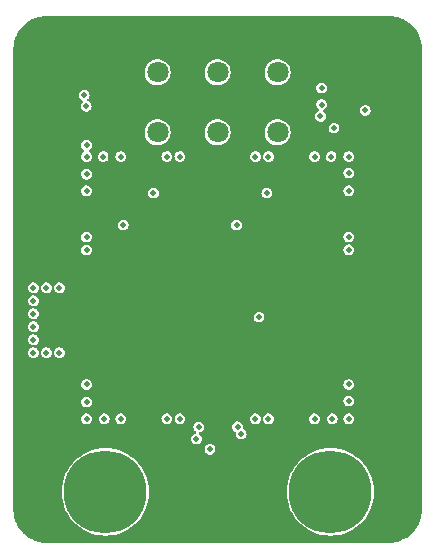
<source format=gbr>
%TF.GenerationSoftware,KiCad,Pcbnew,(5.99.0-12750-ge81b516a82)*%
%TF.CreationDate,2021-11-10T18:22:51+01:00*%
%TF.ProjectId,PrecisionCurrentSource,50726563-6973-4696-9f6e-43757272656e,A*%
%TF.SameCoordinates,Original*%
%TF.FileFunction,Copper,L3,Inr*%
%TF.FilePolarity,Positive*%
%FSLAX46Y46*%
G04 Gerber Fmt 4.6, Leading zero omitted, Abs format (unit mm)*
G04 Created by KiCad (PCBNEW (5.99.0-12750-ge81b516a82)) date 2021-11-10 18:22:51*
%MOMM*%
%LPD*%
G01*
G04 APERTURE LIST*
%TA.AperFunction,ComponentPad*%
%ADD10C,7.000000*%
%TD*%
%TA.AperFunction,ComponentPad*%
%ADD11C,1.800000*%
%TD*%
%TA.AperFunction,ViaPad*%
%ADD12C,0.500000*%
%TD*%
G04 APERTURE END LIST*
D10*
%TO.N,+1V5*%
%TO.C,H1*%
X155550000Y-127500000D03*
%TD*%
%TO.N,Net-(H2-Pad1)*%
%TO.C,H2*%
X136500000Y-127500000D03*
%TD*%
D11*
%TO.N,Net-(R3-Pad1)*%
%TO.C,SW1*%
X151080000Y-97040000D03*
%TO.N,Net-(H2-Pad1)*%
X146000000Y-97040000D03*
%TO.N,Net-(R5-Pad1)*%
X140920000Y-97040000D03*
%TO.N,+BATT*%
X151080000Y-91960000D03*
%TO.N,Net-(BT1-Pad1)*%
X146000000Y-91960000D03*
%TO.N,+BATT*%
X140920000Y-91960000D03*
%TD*%
D12*
%TO.N,GND*%
X130400000Y-110200000D03*
X131500000Y-115700000D03*
X144400000Y-122000000D03*
X142800000Y-99100000D03*
X149200000Y-99100000D03*
X147600000Y-104900000D03*
X134900000Y-119900000D03*
X134900000Y-102000000D03*
X136300000Y-99100000D03*
X157100000Y-118400000D03*
X144200000Y-123000000D03*
X157100000Y-107000000D03*
X134900000Y-99100000D03*
X149500000Y-112700000D03*
X155600000Y-99100000D03*
X142800000Y-121300000D03*
X157100000Y-119800000D03*
X130400000Y-113500000D03*
X141700000Y-121300000D03*
X130400000Y-114600000D03*
X141700000Y-99100000D03*
X157100000Y-99100000D03*
X148000000Y-122600000D03*
X154200000Y-121300000D03*
X158500000Y-95200000D03*
X154800000Y-93300000D03*
X155700000Y-121300000D03*
X134870000Y-94850000D03*
X157100000Y-105900000D03*
X134900000Y-100600000D03*
X132600000Y-110200000D03*
X130400000Y-112400000D03*
X130400000Y-115700000D03*
X150300000Y-121300000D03*
X140565000Y-102200000D03*
X134900000Y-118400000D03*
X154700000Y-95700000D03*
X134900000Y-121300000D03*
X138000000Y-104900000D03*
X150300000Y-99100000D03*
X137800000Y-99100000D03*
X134900000Y-105900000D03*
X150165000Y-102200000D03*
X136400000Y-121300000D03*
X157100000Y-102000000D03*
X157100000Y-121300000D03*
X134900000Y-107000000D03*
X154200000Y-99100000D03*
X157100000Y-100500000D03*
X154800000Y-94700000D03*
X130400000Y-111300000D03*
X131500000Y-110200000D03*
X149200000Y-121300000D03*
X137800000Y-121300000D03*
X132600000Y-115700000D03*
X134700000Y-93900000D03*
X134900000Y-98150000D03*
%TO.N,+BATT*%
X147687173Y-121974346D03*
%TO.N,+4V5*%
X159300000Y-97600000D03*
X150400000Y-115075000D03*
X159300000Y-98500000D03*
X138000000Y-107300000D03*
X158400000Y-98500000D03*
X147600000Y-107300000D03*
%TO.N,/PWR_EN*%
X145350000Y-123900000D03*
X155850000Y-96700000D03*
%TD*%
%TA.AperFunction,Conductor*%
%TO.N,+4V5*%
G36*
X160488227Y-87202518D02*
G01*
X160488778Y-87202645D01*
X160488779Y-87202645D01*
X160499642Y-87205143D01*
X160510515Y-87202683D01*
X160520797Y-87202701D01*
X160531781Y-87201785D01*
X160807954Y-87217295D01*
X160818976Y-87218536D01*
X161029395Y-87254288D01*
X161117572Y-87269270D01*
X161128396Y-87271740D01*
X161227938Y-87300417D01*
X161419445Y-87355590D01*
X161429918Y-87359255D01*
X161709739Y-87475160D01*
X161719736Y-87479974D01*
X161970692Y-87618673D01*
X161984821Y-87626482D01*
X161994221Y-87632388D01*
X162241236Y-87807654D01*
X162249916Y-87814576D01*
X162475753Y-88016396D01*
X162483604Y-88024247D01*
X162685424Y-88250084D01*
X162692346Y-88258764D01*
X162867612Y-88505779D01*
X162873518Y-88515179D01*
X163020023Y-88780258D01*
X163024840Y-88790261D01*
X163140745Y-89070082D01*
X163144412Y-89080560D01*
X163228260Y-89371604D01*
X163230730Y-89382428D01*
X163278750Y-89665050D01*
X163281463Y-89681019D01*
X163282706Y-89692051D01*
X163298186Y-89967701D01*
X163297341Y-89977630D01*
X163297375Y-89977630D01*
X163297355Y-89988777D01*
X163294857Y-89999642D01*
X163297317Y-90010514D01*
X163297317Y-90010516D01*
X163297559Y-90011583D01*
X163300000Y-90033432D01*
X163300000Y-128966040D01*
X163297482Y-128988227D01*
X163294857Y-128999642D01*
X163297317Y-129010515D01*
X163297299Y-129020797D01*
X163298215Y-129031784D01*
X163282706Y-129307949D01*
X163281464Y-129318976D01*
X163245712Y-129529395D01*
X163230730Y-129617572D01*
X163228260Y-129628396D01*
X163144412Y-129919440D01*
X163140745Y-129929918D01*
X163024840Y-130209739D01*
X163020026Y-130219736D01*
X162973817Y-130303344D01*
X162873518Y-130484821D01*
X162867612Y-130494221D01*
X162692346Y-130741236D01*
X162685424Y-130749916D01*
X162483604Y-130975753D01*
X162475753Y-130983604D01*
X162407260Y-131044813D01*
X162250534Y-131184872D01*
X162249916Y-131185424D01*
X162241236Y-131192346D01*
X161994221Y-131367612D01*
X161984821Y-131373518D01*
X161719736Y-131520026D01*
X161709739Y-131524840D01*
X161429918Y-131640745D01*
X161419445Y-131644410D01*
X161227938Y-131699583D01*
X161128396Y-131728260D01*
X161117572Y-131730730D01*
X161029395Y-131745712D01*
X160818976Y-131781464D01*
X160807954Y-131782705D01*
X160532297Y-131798186D01*
X160522370Y-131797341D01*
X160522370Y-131797375D01*
X160511223Y-131797355D01*
X160500358Y-131794857D01*
X160489486Y-131797317D01*
X160489484Y-131797317D01*
X160488417Y-131797559D01*
X160466568Y-131800000D01*
X131533960Y-131800000D01*
X131511773Y-131797482D01*
X131511222Y-131797355D01*
X131511221Y-131797355D01*
X131500358Y-131794857D01*
X131489485Y-131797317D01*
X131479203Y-131797299D01*
X131468219Y-131798215D01*
X131192046Y-131782705D01*
X131181024Y-131781464D01*
X130970605Y-131745712D01*
X130882428Y-131730730D01*
X130871604Y-131728260D01*
X130772062Y-131699583D01*
X130580555Y-131644410D01*
X130570082Y-131640745D01*
X130290261Y-131524840D01*
X130280264Y-131520026D01*
X130015179Y-131373518D01*
X130005779Y-131367612D01*
X129758764Y-131192346D01*
X129750084Y-131185424D01*
X129749467Y-131184872D01*
X129592740Y-131044813D01*
X129524247Y-130983604D01*
X129516396Y-130975753D01*
X129314576Y-130749916D01*
X129307654Y-130741236D01*
X129132388Y-130494221D01*
X129126482Y-130484821D01*
X129026183Y-130303344D01*
X128979974Y-130219736D01*
X128975160Y-130209739D01*
X128859255Y-129929918D01*
X128855588Y-129919440D01*
X128771740Y-129628396D01*
X128769270Y-129617572D01*
X128754288Y-129529395D01*
X128718536Y-129318976D01*
X128717294Y-129307949D01*
X128701814Y-129032299D01*
X128702659Y-129022370D01*
X128702625Y-129022370D01*
X128702645Y-129011223D01*
X128705143Y-129000358D01*
X128702683Y-128989486D01*
X128702683Y-128989484D01*
X128702441Y-128988417D01*
X128700000Y-128966568D01*
X128700000Y-127500000D01*
X132794422Y-127500000D01*
X132814722Y-127887338D01*
X132875398Y-128270433D01*
X132975786Y-128645087D01*
X133114786Y-129007194D01*
X133290875Y-129352789D01*
X133292286Y-129354961D01*
X133292289Y-129354967D01*
X133500707Y-129675903D01*
X133500713Y-129675911D01*
X133502124Y-129678084D01*
X133746219Y-129979516D01*
X134020484Y-130253781D01*
X134321916Y-130497876D01*
X134324089Y-130499287D01*
X134324097Y-130499293D01*
X134645033Y-130707711D01*
X134645039Y-130707714D01*
X134647211Y-130709125D01*
X134992806Y-130885214D01*
X135354913Y-131024214D01*
X135357416Y-131024885D01*
X135357417Y-131024885D01*
X135727058Y-131123930D01*
X135727063Y-131123931D01*
X135729567Y-131124602D01*
X135732138Y-131125009D01*
X135732137Y-131125009D01*
X136110096Y-131184872D01*
X136110104Y-131184873D01*
X136112662Y-131185278D01*
X136500000Y-131205578D01*
X136887338Y-131185278D01*
X136889896Y-131184873D01*
X136889904Y-131184872D01*
X137267863Y-131125009D01*
X137267862Y-131125009D01*
X137270433Y-131124602D01*
X137272937Y-131123931D01*
X137272942Y-131123930D01*
X137642583Y-131024885D01*
X137642584Y-131024885D01*
X137645087Y-131024214D01*
X138007194Y-130885214D01*
X138352789Y-130709125D01*
X138354961Y-130707714D01*
X138354967Y-130707711D01*
X138675903Y-130499293D01*
X138675911Y-130499287D01*
X138678084Y-130497876D01*
X138979516Y-130253781D01*
X139253781Y-129979516D01*
X139497876Y-129678084D01*
X139499287Y-129675911D01*
X139499293Y-129675903D01*
X139707711Y-129354967D01*
X139707714Y-129354961D01*
X139709125Y-129352789D01*
X139885214Y-129007194D01*
X140024214Y-128645087D01*
X140124602Y-128270433D01*
X140185278Y-127887338D01*
X140205578Y-127500000D01*
X151844422Y-127500000D01*
X151864722Y-127887338D01*
X151925398Y-128270433D01*
X152025786Y-128645087D01*
X152164786Y-129007194D01*
X152340875Y-129352789D01*
X152342286Y-129354961D01*
X152342289Y-129354967D01*
X152550707Y-129675903D01*
X152550713Y-129675911D01*
X152552124Y-129678084D01*
X152796219Y-129979516D01*
X153070484Y-130253781D01*
X153371916Y-130497876D01*
X153374089Y-130499287D01*
X153374097Y-130499293D01*
X153695033Y-130707711D01*
X153695039Y-130707714D01*
X153697211Y-130709125D01*
X154042806Y-130885214D01*
X154404913Y-131024214D01*
X154407416Y-131024885D01*
X154407417Y-131024885D01*
X154777058Y-131123930D01*
X154777063Y-131123931D01*
X154779567Y-131124602D01*
X154782138Y-131125009D01*
X154782137Y-131125009D01*
X155160096Y-131184872D01*
X155160104Y-131184873D01*
X155162662Y-131185278D01*
X155550000Y-131205578D01*
X155937338Y-131185278D01*
X155939896Y-131184873D01*
X155939904Y-131184872D01*
X156317863Y-131125009D01*
X156317862Y-131125009D01*
X156320433Y-131124602D01*
X156322937Y-131123931D01*
X156322942Y-131123930D01*
X156692583Y-131024885D01*
X156692584Y-131024885D01*
X156695087Y-131024214D01*
X157057194Y-130885214D01*
X157402789Y-130709125D01*
X157404961Y-130707714D01*
X157404967Y-130707711D01*
X157725903Y-130499293D01*
X157725911Y-130499287D01*
X157728084Y-130497876D01*
X158029516Y-130253781D01*
X158303781Y-129979516D01*
X158547876Y-129678084D01*
X158549287Y-129675911D01*
X158549293Y-129675903D01*
X158757711Y-129354967D01*
X158757714Y-129354961D01*
X158759125Y-129352789D01*
X158935214Y-129007194D01*
X159074214Y-128645087D01*
X159174602Y-128270433D01*
X159235278Y-127887338D01*
X159255578Y-127500000D01*
X159235278Y-127112662D01*
X159174602Y-126729567D01*
X159074214Y-126354913D01*
X158935214Y-125992806D01*
X158759125Y-125647211D01*
X158757711Y-125645033D01*
X158549293Y-125324097D01*
X158549287Y-125324089D01*
X158547876Y-125321916D01*
X158303781Y-125020484D01*
X158029516Y-124746219D01*
X157728084Y-124502124D01*
X157725911Y-124500713D01*
X157725903Y-124500707D01*
X157404967Y-124292289D01*
X157404961Y-124292286D01*
X157402789Y-124290875D01*
X157057194Y-124114786D01*
X156695087Y-123975786D01*
X156692583Y-123975115D01*
X156322942Y-123876070D01*
X156322937Y-123876069D01*
X156320433Y-123875398D01*
X156279884Y-123868976D01*
X155939904Y-123815128D01*
X155939896Y-123815127D01*
X155937338Y-123814722D01*
X155550000Y-123794422D01*
X155162662Y-123814722D01*
X155160104Y-123815127D01*
X155160096Y-123815128D01*
X154820116Y-123868976D01*
X154779567Y-123875398D01*
X154777063Y-123876069D01*
X154777058Y-123876070D01*
X154407417Y-123975115D01*
X154404913Y-123975786D01*
X154042806Y-124114786D01*
X153697211Y-124290875D01*
X153695039Y-124292286D01*
X153695033Y-124292289D01*
X153374097Y-124500707D01*
X153374089Y-124500713D01*
X153371916Y-124502124D01*
X153070484Y-124746219D01*
X152796219Y-125020484D01*
X152552124Y-125321916D01*
X152550713Y-125324089D01*
X152550707Y-125324097D01*
X152342289Y-125645033D01*
X152340875Y-125647211D01*
X152164786Y-125992806D01*
X152025786Y-126354913D01*
X151925398Y-126729567D01*
X151864722Y-127112662D01*
X151844422Y-127500000D01*
X140205578Y-127500000D01*
X140185278Y-127112662D01*
X140124602Y-126729567D01*
X140024214Y-126354913D01*
X139885214Y-125992806D01*
X139709125Y-125647211D01*
X139707711Y-125645033D01*
X139499293Y-125324097D01*
X139499287Y-125324089D01*
X139497876Y-125321916D01*
X139253781Y-125020484D01*
X138979516Y-124746219D01*
X138678084Y-124502124D01*
X138675911Y-124500713D01*
X138675903Y-124500707D01*
X138354967Y-124292289D01*
X138354961Y-124292286D01*
X138352789Y-124290875D01*
X138007194Y-124114786D01*
X137645087Y-123975786D01*
X137642583Y-123975115D01*
X137341500Y-123894440D01*
X144894901Y-123894440D01*
X144895816Y-123901437D01*
X144895816Y-123901438D01*
X144897082Y-123911120D01*
X144911633Y-124022394D01*
X144914471Y-124028845D01*
X144914472Y-124028847D01*
X144921458Y-124044724D01*
X144963605Y-124140510D01*
X145005122Y-124189901D01*
X145042100Y-124233892D01*
X145042103Y-124233894D01*
X145046639Y-124239291D01*
X145154060Y-124310796D01*
X145160788Y-124312898D01*
X145160790Y-124312899D01*
X145215646Y-124330037D01*
X145277233Y-124349278D01*
X145341744Y-124350461D01*
X145399202Y-124351514D01*
X145399204Y-124351514D01*
X145406255Y-124351643D01*
X145413058Y-124349788D01*
X145413060Y-124349788D01*
X145454828Y-124338400D01*
X145530755Y-124317700D01*
X145640724Y-124250179D01*
X145727322Y-124154507D01*
X145783588Y-124038375D01*
X145804997Y-123911120D01*
X145805133Y-123900000D01*
X145786839Y-123772259D01*
X145733428Y-123654788D01*
X145649193Y-123557028D01*
X145643276Y-123553193D01*
X145643274Y-123553191D01*
X145546824Y-123490677D01*
X145540906Y-123486841D01*
X145534150Y-123484821D01*
X145534149Y-123484820D01*
X145491335Y-123472016D01*
X145417273Y-123449866D01*
X145340644Y-123449398D01*
X145295282Y-123449121D01*
X145288231Y-123449078D01*
X145281454Y-123451015D01*
X145281453Y-123451015D01*
X145170935Y-123482601D01*
X145170933Y-123482602D01*
X145164155Y-123484539D01*
X145055019Y-123553399D01*
X144969596Y-123650122D01*
X144914754Y-123766932D01*
X144894901Y-123894440D01*
X137341500Y-123894440D01*
X137272942Y-123876070D01*
X137272937Y-123876069D01*
X137270433Y-123875398D01*
X137229884Y-123868976D01*
X136889904Y-123815128D01*
X136889896Y-123815127D01*
X136887338Y-123814722D01*
X136500000Y-123794422D01*
X136112662Y-123814722D01*
X136110104Y-123815127D01*
X136110096Y-123815128D01*
X135770116Y-123868976D01*
X135729567Y-123875398D01*
X135727063Y-123876069D01*
X135727058Y-123876070D01*
X135357417Y-123975115D01*
X135354913Y-123975786D01*
X134992806Y-124114786D01*
X134647211Y-124290875D01*
X134645039Y-124292286D01*
X134645033Y-124292289D01*
X134324097Y-124500707D01*
X134324089Y-124500713D01*
X134321916Y-124502124D01*
X134020484Y-124746219D01*
X133746219Y-125020484D01*
X133502124Y-125321916D01*
X133500713Y-125324089D01*
X133500707Y-125324097D01*
X133292289Y-125645033D01*
X133290875Y-125647211D01*
X133114786Y-125992806D01*
X132975786Y-126354913D01*
X132875398Y-126729567D01*
X132814722Y-127112662D01*
X132794422Y-127500000D01*
X128700000Y-127500000D01*
X128700000Y-122994440D01*
X143744901Y-122994440D01*
X143745816Y-123001437D01*
X143745816Y-123001438D01*
X143747040Y-123010796D01*
X143761633Y-123122394D01*
X143764471Y-123128845D01*
X143764472Y-123128847D01*
X143771458Y-123144724D01*
X143813605Y-123240510D01*
X143855122Y-123289901D01*
X143892100Y-123333892D01*
X143892103Y-123333894D01*
X143896639Y-123339291D01*
X144004060Y-123410796D01*
X144010788Y-123412898D01*
X144010790Y-123412899D01*
X144065646Y-123430037D01*
X144127233Y-123449278D01*
X144191744Y-123450461D01*
X144249202Y-123451514D01*
X144249204Y-123451514D01*
X144256255Y-123451643D01*
X144263058Y-123449788D01*
X144263060Y-123449788D01*
X144304828Y-123438400D01*
X144380755Y-123417700D01*
X144490724Y-123350179D01*
X144577322Y-123254507D01*
X144633588Y-123138375D01*
X144648556Y-123049407D01*
X144654363Y-123014891D01*
X144654363Y-123014886D01*
X144654997Y-123011120D01*
X144655133Y-123000000D01*
X144636839Y-122872259D01*
X144583428Y-122754788D01*
X144499193Y-122657028D01*
X144449145Y-122624589D01*
X144410600Y-122577073D01*
X144407344Y-122515975D01*
X144440623Y-122464631D01*
X144476953Y-122446000D01*
X144580755Y-122417700D01*
X144672755Y-122361212D01*
X144684711Y-122353871D01*
X144690724Y-122350179D01*
X144777322Y-122254507D01*
X144833588Y-122138375D01*
X144854997Y-122011120D01*
X144855133Y-122000000D01*
X144850663Y-121968786D01*
X147232074Y-121968786D01*
X147232989Y-121975783D01*
X147232989Y-121975784D01*
X147234255Y-121985466D01*
X147248806Y-122096740D01*
X147251644Y-122103191D01*
X147251645Y-122103193D01*
X147269919Y-122144724D01*
X147300778Y-122214856D01*
X147326881Y-122245909D01*
X147379273Y-122308238D01*
X147379276Y-122308240D01*
X147383812Y-122313637D01*
X147491233Y-122385142D01*
X147497964Y-122387245D01*
X147504331Y-122390282D01*
X147502967Y-122393141D01*
X147541954Y-122420781D01*
X147561536Y-122478748D01*
X147560364Y-122495126D01*
X147544901Y-122594440D01*
X147545816Y-122601437D01*
X147545816Y-122601438D01*
X147547082Y-122611120D01*
X147561633Y-122722394D01*
X147564471Y-122728845D01*
X147564472Y-122728847D01*
X147578713Y-122761212D01*
X147613605Y-122840510D01*
X147655122Y-122889901D01*
X147692100Y-122933892D01*
X147692103Y-122933894D01*
X147696639Y-122939291D01*
X147804060Y-123010796D01*
X147810788Y-123012898D01*
X147810790Y-123012899D01*
X147865646Y-123030037D01*
X147927233Y-123049278D01*
X147991744Y-123050460D01*
X148049202Y-123051514D01*
X148049204Y-123051514D01*
X148056255Y-123051643D01*
X148063058Y-123049788D01*
X148063060Y-123049788D01*
X148104828Y-123038400D01*
X148180755Y-123017700D01*
X148290724Y-122950179D01*
X148361254Y-122872259D01*
X148372590Y-122859735D01*
X148372590Y-122859734D01*
X148377322Y-122854507D01*
X148411718Y-122783515D01*
X148430512Y-122744724D01*
X148430512Y-122744723D01*
X148433588Y-122738375D01*
X148454997Y-122611120D01*
X148455133Y-122600000D01*
X148436839Y-122472259D01*
X148383428Y-122354788D01*
X148299193Y-122257028D01*
X148293276Y-122253193D01*
X148293274Y-122253191D01*
X148196824Y-122190677D01*
X148190906Y-122186841D01*
X148184150Y-122184820D01*
X148182727Y-122184163D01*
X148137833Y-122142591D01*
X148126625Y-122077869D01*
X148141535Y-121989240D01*
X148142170Y-121985466D01*
X148142306Y-121974346D01*
X148124012Y-121846605D01*
X148085186Y-121761212D01*
X148073522Y-121735558D01*
X148073521Y-121735557D01*
X148070601Y-121729134D01*
X148017568Y-121667586D01*
X147990971Y-121636718D01*
X147990970Y-121636717D01*
X147986366Y-121631374D01*
X147980449Y-121627539D01*
X147980447Y-121627537D01*
X147883997Y-121565023D01*
X147878079Y-121561187D01*
X147871323Y-121559167D01*
X147871322Y-121559166D01*
X147808941Y-121540510D01*
X147754446Y-121524212D01*
X147677817Y-121523744D01*
X147632455Y-121523467D01*
X147625404Y-121523424D01*
X147618627Y-121525361D01*
X147618626Y-121525361D01*
X147508108Y-121556947D01*
X147508106Y-121556948D01*
X147501328Y-121558885D01*
X147392192Y-121627745D01*
X147306769Y-121724468D01*
X147251927Y-121841278D01*
X147232074Y-121968786D01*
X144850663Y-121968786D01*
X144836839Y-121872259D01*
X144783428Y-121754788D01*
X144699193Y-121657028D01*
X144693276Y-121653193D01*
X144693274Y-121653191D01*
X144596824Y-121590677D01*
X144590906Y-121586841D01*
X144584150Y-121584821D01*
X144584149Y-121584820D01*
X144510012Y-121562648D01*
X144467273Y-121549866D01*
X144390644Y-121549398D01*
X144345282Y-121549121D01*
X144338231Y-121549078D01*
X144331454Y-121551015D01*
X144331453Y-121551015D01*
X144220935Y-121582601D01*
X144220933Y-121582602D01*
X144214155Y-121584539D01*
X144105019Y-121653399D01*
X144019596Y-121750122D01*
X143964754Y-121866932D01*
X143944901Y-121994440D01*
X143945816Y-122001437D01*
X143945816Y-122001438D01*
X143947082Y-122011120D01*
X143961633Y-122122394D01*
X143964471Y-122128845D01*
X143964472Y-122128847D01*
X144010764Y-122234054D01*
X144013605Y-122240510D01*
X144031982Y-122262372D01*
X144092100Y-122333892D01*
X144092103Y-122333894D01*
X144096639Y-122339291D01*
X144105138Y-122344948D01*
X144151267Y-122375654D01*
X144189231Y-122423638D01*
X144191740Y-122484772D01*
X144157836Y-122535705D01*
X144123615Y-122553255D01*
X144020935Y-122582601D01*
X144020933Y-122582602D01*
X144014155Y-122584539D01*
X143905019Y-122653399D01*
X143819596Y-122750122D01*
X143764754Y-122866932D01*
X143744901Y-122994440D01*
X128700000Y-122994440D01*
X128700000Y-121294440D01*
X134444901Y-121294440D01*
X134445816Y-121301437D01*
X134445816Y-121301438D01*
X134447082Y-121311120D01*
X134461633Y-121422394D01*
X134464471Y-121428845D01*
X134464472Y-121428847D01*
X134506939Y-121525361D01*
X134513605Y-121540510D01*
X134548986Y-121582601D01*
X134592100Y-121633892D01*
X134592103Y-121633894D01*
X134596639Y-121639291D01*
X134704060Y-121710796D01*
X134710788Y-121712898D01*
X134710790Y-121712899D01*
X134747821Y-121724468D01*
X134827233Y-121749278D01*
X134891744Y-121750460D01*
X134949202Y-121751514D01*
X134949204Y-121751514D01*
X134956255Y-121751643D01*
X134963058Y-121749788D01*
X134963060Y-121749788D01*
X135015253Y-121735558D01*
X135080755Y-121717700D01*
X135190724Y-121650179D01*
X135206247Y-121633030D01*
X135272590Y-121559735D01*
X135272590Y-121559734D01*
X135277322Y-121554507D01*
X135333588Y-121438375D01*
X135352572Y-121325536D01*
X135354363Y-121314891D01*
X135354363Y-121314886D01*
X135354997Y-121311120D01*
X135355133Y-121300000D01*
X135354337Y-121294440D01*
X135944901Y-121294440D01*
X135945816Y-121301437D01*
X135945816Y-121301438D01*
X135947082Y-121311120D01*
X135961633Y-121422394D01*
X135964471Y-121428845D01*
X135964472Y-121428847D01*
X136006939Y-121525361D01*
X136013605Y-121540510D01*
X136048986Y-121582601D01*
X136092100Y-121633892D01*
X136092103Y-121633894D01*
X136096639Y-121639291D01*
X136204060Y-121710796D01*
X136210788Y-121712898D01*
X136210790Y-121712899D01*
X136247821Y-121724468D01*
X136327233Y-121749278D01*
X136391744Y-121750460D01*
X136449202Y-121751514D01*
X136449204Y-121751514D01*
X136456255Y-121751643D01*
X136463058Y-121749788D01*
X136463060Y-121749788D01*
X136515253Y-121735558D01*
X136580755Y-121717700D01*
X136690724Y-121650179D01*
X136706247Y-121633030D01*
X136772590Y-121559735D01*
X136772590Y-121559734D01*
X136777322Y-121554507D01*
X136833588Y-121438375D01*
X136852572Y-121325536D01*
X136854363Y-121314891D01*
X136854363Y-121314886D01*
X136854997Y-121311120D01*
X136855133Y-121300000D01*
X136854337Y-121294440D01*
X137344901Y-121294440D01*
X137345816Y-121301437D01*
X137345816Y-121301438D01*
X137347082Y-121311120D01*
X137361633Y-121422394D01*
X137364471Y-121428845D01*
X137364472Y-121428847D01*
X137406939Y-121525361D01*
X137413605Y-121540510D01*
X137448986Y-121582601D01*
X137492100Y-121633892D01*
X137492103Y-121633894D01*
X137496639Y-121639291D01*
X137604060Y-121710796D01*
X137610788Y-121712898D01*
X137610790Y-121712899D01*
X137647821Y-121724468D01*
X137727233Y-121749278D01*
X137791744Y-121750460D01*
X137849202Y-121751514D01*
X137849204Y-121751514D01*
X137856255Y-121751643D01*
X137863058Y-121749788D01*
X137863060Y-121749788D01*
X137915253Y-121735558D01*
X137980755Y-121717700D01*
X138090724Y-121650179D01*
X138106247Y-121633030D01*
X138172590Y-121559735D01*
X138172590Y-121559734D01*
X138177322Y-121554507D01*
X138233588Y-121438375D01*
X138252572Y-121325536D01*
X138254363Y-121314891D01*
X138254363Y-121314886D01*
X138254997Y-121311120D01*
X138255133Y-121300000D01*
X138254337Y-121294440D01*
X141244901Y-121294440D01*
X141245816Y-121301437D01*
X141245816Y-121301438D01*
X141247082Y-121311120D01*
X141261633Y-121422394D01*
X141264471Y-121428845D01*
X141264472Y-121428847D01*
X141306939Y-121525361D01*
X141313605Y-121540510D01*
X141348986Y-121582601D01*
X141392100Y-121633892D01*
X141392103Y-121633894D01*
X141396639Y-121639291D01*
X141504060Y-121710796D01*
X141510788Y-121712898D01*
X141510790Y-121712899D01*
X141547821Y-121724468D01*
X141627233Y-121749278D01*
X141691744Y-121750460D01*
X141749202Y-121751514D01*
X141749204Y-121751514D01*
X141756255Y-121751643D01*
X141763058Y-121749788D01*
X141763060Y-121749788D01*
X141815253Y-121735558D01*
X141880755Y-121717700D01*
X141990724Y-121650179D01*
X142006247Y-121633030D01*
X142072590Y-121559735D01*
X142072590Y-121559734D01*
X142077322Y-121554507D01*
X142133588Y-121438375D01*
X142134758Y-121431420D01*
X142134759Y-121431417D01*
X142153175Y-121321949D01*
X142161312Y-121306351D01*
X142157380Y-121293994D01*
X142339163Y-121293994D01*
X142339440Y-121294276D01*
X142348967Y-121325536D01*
X142361633Y-121422394D01*
X142364471Y-121428845D01*
X142364472Y-121428847D01*
X142406939Y-121525361D01*
X142413605Y-121540510D01*
X142448986Y-121582601D01*
X142492100Y-121633892D01*
X142492103Y-121633894D01*
X142496639Y-121639291D01*
X142604060Y-121710796D01*
X142610788Y-121712898D01*
X142610790Y-121712899D01*
X142647821Y-121724468D01*
X142727233Y-121749278D01*
X142791744Y-121750460D01*
X142849202Y-121751514D01*
X142849204Y-121751514D01*
X142856255Y-121751643D01*
X142863058Y-121749788D01*
X142863060Y-121749788D01*
X142915253Y-121735558D01*
X142980755Y-121717700D01*
X143090724Y-121650179D01*
X143106247Y-121633030D01*
X143172590Y-121559735D01*
X143172590Y-121559734D01*
X143177322Y-121554507D01*
X143233588Y-121438375D01*
X143252572Y-121325536D01*
X143254363Y-121314891D01*
X143254363Y-121314886D01*
X143254997Y-121311120D01*
X143255133Y-121300000D01*
X143254337Y-121294440D01*
X148744901Y-121294440D01*
X148745816Y-121301437D01*
X148745816Y-121301438D01*
X148747082Y-121311120D01*
X148761633Y-121422394D01*
X148764471Y-121428845D01*
X148764472Y-121428847D01*
X148806939Y-121525361D01*
X148813605Y-121540510D01*
X148848986Y-121582601D01*
X148892100Y-121633892D01*
X148892103Y-121633894D01*
X148896639Y-121639291D01*
X149004060Y-121710796D01*
X149010788Y-121712898D01*
X149010790Y-121712899D01*
X149047821Y-121724468D01*
X149127233Y-121749278D01*
X149191744Y-121750460D01*
X149249202Y-121751514D01*
X149249204Y-121751514D01*
X149256255Y-121751643D01*
X149263058Y-121749788D01*
X149263060Y-121749788D01*
X149315253Y-121735558D01*
X149380755Y-121717700D01*
X149490724Y-121650179D01*
X149506247Y-121633030D01*
X149572590Y-121559735D01*
X149572590Y-121559734D01*
X149577322Y-121554507D01*
X149633588Y-121438375D01*
X149634758Y-121431420D01*
X149634759Y-121431417D01*
X149653175Y-121321949D01*
X149661312Y-121306351D01*
X149657380Y-121293994D01*
X149839163Y-121293994D01*
X149839440Y-121294276D01*
X149848967Y-121325536D01*
X149861633Y-121422394D01*
X149864471Y-121428845D01*
X149864472Y-121428847D01*
X149906939Y-121525361D01*
X149913605Y-121540510D01*
X149948986Y-121582601D01*
X149992100Y-121633892D01*
X149992103Y-121633894D01*
X149996639Y-121639291D01*
X150104060Y-121710796D01*
X150110788Y-121712898D01*
X150110790Y-121712899D01*
X150147821Y-121724468D01*
X150227233Y-121749278D01*
X150291744Y-121750460D01*
X150349202Y-121751514D01*
X150349204Y-121751514D01*
X150356255Y-121751643D01*
X150363058Y-121749788D01*
X150363060Y-121749788D01*
X150415253Y-121735558D01*
X150480755Y-121717700D01*
X150590724Y-121650179D01*
X150606247Y-121633030D01*
X150672590Y-121559735D01*
X150672590Y-121559734D01*
X150677322Y-121554507D01*
X150733588Y-121438375D01*
X150752572Y-121325536D01*
X150754363Y-121314891D01*
X150754363Y-121314886D01*
X150754997Y-121311120D01*
X150755133Y-121300000D01*
X150754337Y-121294440D01*
X153744901Y-121294440D01*
X153745816Y-121301437D01*
X153745816Y-121301438D01*
X153747082Y-121311120D01*
X153761633Y-121422394D01*
X153764471Y-121428845D01*
X153764472Y-121428847D01*
X153806939Y-121525361D01*
X153813605Y-121540510D01*
X153848986Y-121582601D01*
X153892100Y-121633892D01*
X153892103Y-121633894D01*
X153896639Y-121639291D01*
X154004060Y-121710796D01*
X154010788Y-121712898D01*
X154010790Y-121712899D01*
X154047821Y-121724468D01*
X154127233Y-121749278D01*
X154191744Y-121750460D01*
X154249202Y-121751514D01*
X154249204Y-121751514D01*
X154256255Y-121751643D01*
X154263058Y-121749788D01*
X154263060Y-121749788D01*
X154315253Y-121735558D01*
X154380755Y-121717700D01*
X154490724Y-121650179D01*
X154506247Y-121633030D01*
X154572590Y-121559735D01*
X154572590Y-121559734D01*
X154577322Y-121554507D01*
X154633588Y-121438375D01*
X154652572Y-121325536D01*
X154654363Y-121314891D01*
X154654363Y-121314886D01*
X154654997Y-121311120D01*
X154655133Y-121300000D01*
X154654337Y-121294440D01*
X155244901Y-121294440D01*
X155245816Y-121301437D01*
X155245816Y-121301438D01*
X155247082Y-121311120D01*
X155261633Y-121422394D01*
X155264471Y-121428845D01*
X155264472Y-121428847D01*
X155306939Y-121525361D01*
X155313605Y-121540510D01*
X155348986Y-121582601D01*
X155392100Y-121633892D01*
X155392103Y-121633894D01*
X155396639Y-121639291D01*
X155504060Y-121710796D01*
X155510788Y-121712898D01*
X155510790Y-121712899D01*
X155547821Y-121724468D01*
X155627233Y-121749278D01*
X155691744Y-121750460D01*
X155749202Y-121751514D01*
X155749204Y-121751514D01*
X155756255Y-121751643D01*
X155763058Y-121749788D01*
X155763060Y-121749788D01*
X155815253Y-121735558D01*
X155880755Y-121717700D01*
X155990724Y-121650179D01*
X156006247Y-121633030D01*
X156072590Y-121559735D01*
X156072590Y-121559734D01*
X156077322Y-121554507D01*
X156133588Y-121438375D01*
X156152572Y-121325536D01*
X156154363Y-121314891D01*
X156154363Y-121314886D01*
X156154997Y-121311120D01*
X156155133Y-121300000D01*
X156154337Y-121294440D01*
X156644901Y-121294440D01*
X156645816Y-121301437D01*
X156645816Y-121301438D01*
X156647082Y-121311120D01*
X156661633Y-121422394D01*
X156664471Y-121428845D01*
X156664472Y-121428847D01*
X156706939Y-121525361D01*
X156713605Y-121540510D01*
X156748986Y-121582601D01*
X156792100Y-121633892D01*
X156792103Y-121633894D01*
X156796639Y-121639291D01*
X156904060Y-121710796D01*
X156910788Y-121712898D01*
X156910790Y-121712899D01*
X156947821Y-121724468D01*
X157027233Y-121749278D01*
X157091744Y-121750460D01*
X157149202Y-121751514D01*
X157149204Y-121751514D01*
X157156255Y-121751643D01*
X157163058Y-121749788D01*
X157163060Y-121749788D01*
X157215253Y-121735558D01*
X157280755Y-121717700D01*
X157390724Y-121650179D01*
X157406247Y-121633030D01*
X157472590Y-121559735D01*
X157472590Y-121559734D01*
X157477322Y-121554507D01*
X157533588Y-121438375D01*
X157552572Y-121325536D01*
X157554363Y-121314891D01*
X157554363Y-121314886D01*
X157554997Y-121311120D01*
X157555133Y-121300000D01*
X157536839Y-121172259D01*
X157483428Y-121054788D01*
X157399193Y-120957028D01*
X157393276Y-120953193D01*
X157393274Y-120953191D01*
X157296824Y-120890677D01*
X157290906Y-120886841D01*
X157284150Y-120884821D01*
X157284149Y-120884820D01*
X157241335Y-120872016D01*
X157167273Y-120849866D01*
X157090644Y-120849398D01*
X157045282Y-120849121D01*
X157038231Y-120849078D01*
X157031454Y-120851015D01*
X157031453Y-120851015D01*
X156920935Y-120882601D01*
X156920933Y-120882602D01*
X156914155Y-120884539D01*
X156805019Y-120953399D01*
X156719596Y-121050122D01*
X156664754Y-121166932D01*
X156644901Y-121294440D01*
X156154337Y-121294440D01*
X156136839Y-121172259D01*
X156083428Y-121054788D01*
X155999193Y-120957028D01*
X155993276Y-120953193D01*
X155993274Y-120953191D01*
X155896824Y-120890677D01*
X155890906Y-120886841D01*
X155884150Y-120884821D01*
X155884149Y-120884820D01*
X155841335Y-120872016D01*
X155767273Y-120849866D01*
X155690644Y-120849398D01*
X155645282Y-120849121D01*
X155638231Y-120849078D01*
X155631454Y-120851015D01*
X155631453Y-120851015D01*
X155520935Y-120882601D01*
X155520933Y-120882602D01*
X155514155Y-120884539D01*
X155405019Y-120953399D01*
X155319596Y-121050122D01*
X155264754Y-121166932D01*
X155244901Y-121294440D01*
X154654337Y-121294440D01*
X154636839Y-121172259D01*
X154583428Y-121054788D01*
X154499193Y-120957028D01*
X154493276Y-120953193D01*
X154493274Y-120953191D01*
X154396824Y-120890677D01*
X154390906Y-120886841D01*
X154384150Y-120884821D01*
X154384149Y-120884820D01*
X154341335Y-120872016D01*
X154267273Y-120849866D01*
X154190644Y-120849398D01*
X154145282Y-120849121D01*
X154138231Y-120849078D01*
X154131454Y-120851015D01*
X154131453Y-120851015D01*
X154020935Y-120882601D01*
X154020933Y-120882602D01*
X154014155Y-120884539D01*
X153905019Y-120953399D01*
X153819596Y-121050122D01*
X153764754Y-121166932D01*
X153744901Y-121294440D01*
X150754337Y-121294440D01*
X150736839Y-121172259D01*
X150683428Y-121054788D01*
X150599193Y-120957028D01*
X150593276Y-120953193D01*
X150593274Y-120953191D01*
X150496824Y-120890677D01*
X150490906Y-120886841D01*
X150484150Y-120884821D01*
X150484149Y-120884820D01*
X150441335Y-120872016D01*
X150367273Y-120849866D01*
X150290644Y-120849398D01*
X150245282Y-120849121D01*
X150238231Y-120849078D01*
X150231454Y-120851015D01*
X150231453Y-120851015D01*
X150120935Y-120882601D01*
X150120933Y-120882602D01*
X150114155Y-120884539D01*
X150005019Y-120953399D01*
X149919596Y-121050122D01*
X149864754Y-121166932D01*
X149863669Y-121173902D01*
X149847550Y-121277427D01*
X149839163Y-121293994D01*
X149657380Y-121293994D01*
X149651729Y-121276231D01*
X149637839Y-121179243D01*
X149636839Y-121172259D01*
X149583428Y-121054788D01*
X149499193Y-120957028D01*
X149493276Y-120953193D01*
X149493274Y-120953191D01*
X149396824Y-120890677D01*
X149390906Y-120886841D01*
X149384150Y-120884821D01*
X149384149Y-120884820D01*
X149341335Y-120872016D01*
X149267273Y-120849866D01*
X149190644Y-120849398D01*
X149145282Y-120849121D01*
X149138231Y-120849078D01*
X149131454Y-120851015D01*
X149131453Y-120851015D01*
X149020935Y-120882601D01*
X149020933Y-120882602D01*
X149014155Y-120884539D01*
X148905019Y-120953399D01*
X148819596Y-121050122D01*
X148764754Y-121166932D01*
X148744901Y-121294440D01*
X143254337Y-121294440D01*
X143236839Y-121172259D01*
X143183428Y-121054788D01*
X143099193Y-120957028D01*
X143093276Y-120953193D01*
X143093274Y-120953191D01*
X142996824Y-120890677D01*
X142990906Y-120886841D01*
X142984150Y-120884821D01*
X142984149Y-120884820D01*
X142941335Y-120872016D01*
X142867273Y-120849866D01*
X142790644Y-120849398D01*
X142745282Y-120849121D01*
X142738231Y-120849078D01*
X142731454Y-120851015D01*
X142731453Y-120851015D01*
X142620935Y-120882601D01*
X142620933Y-120882602D01*
X142614155Y-120884539D01*
X142505019Y-120953399D01*
X142419596Y-121050122D01*
X142364754Y-121166932D01*
X142363669Y-121173902D01*
X142347550Y-121277427D01*
X142339163Y-121293994D01*
X142157380Y-121293994D01*
X142151729Y-121276231D01*
X142137839Y-121179243D01*
X142136839Y-121172259D01*
X142083428Y-121054788D01*
X141999193Y-120957028D01*
X141993276Y-120953193D01*
X141993274Y-120953191D01*
X141896824Y-120890677D01*
X141890906Y-120886841D01*
X141884150Y-120884821D01*
X141884149Y-120884820D01*
X141841335Y-120872016D01*
X141767273Y-120849866D01*
X141690644Y-120849398D01*
X141645282Y-120849121D01*
X141638231Y-120849078D01*
X141631454Y-120851015D01*
X141631453Y-120851015D01*
X141520935Y-120882601D01*
X141520933Y-120882602D01*
X141514155Y-120884539D01*
X141405019Y-120953399D01*
X141319596Y-121050122D01*
X141264754Y-121166932D01*
X141244901Y-121294440D01*
X138254337Y-121294440D01*
X138236839Y-121172259D01*
X138183428Y-121054788D01*
X138099193Y-120957028D01*
X138093276Y-120953193D01*
X138093274Y-120953191D01*
X137996824Y-120890677D01*
X137990906Y-120886841D01*
X137984150Y-120884821D01*
X137984149Y-120884820D01*
X137941335Y-120872016D01*
X137867273Y-120849866D01*
X137790644Y-120849398D01*
X137745282Y-120849121D01*
X137738231Y-120849078D01*
X137731454Y-120851015D01*
X137731453Y-120851015D01*
X137620935Y-120882601D01*
X137620933Y-120882602D01*
X137614155Y-120884539D01*
X137505019Y-120953399D01*
X137419596Y-121050122D01*
X137364754Y-121166932D01*
X137344901Y-121294440D01*
X136854337Y-121294440D01*
X136836839Y-121172259D01*
X136783428Y-121054788D01*
X136699193Y-120957028D01*
X136693276Y-120953193D01*
X136693274Y-120953191D01*
X136596824Y-120890677D01*
X136590906Y-120886841D01*
X136584150Y-120884821D01*
X136584149Y-120884820D01*
X136541335Y-120872016D01*
X136467273Y-120849866D01*
X136390644Y-120849398D01*
X136345282Y-120849121D01*
X136338231Y-120849078D01*
X136331454Y-120851015D01*
X136331453Y-120851015D01*
X136220935Y-120882601D01*
X136220933Y-120882602D01*
X136214155Y-120884539D01*
X136105019Y-120953399D01*
X136019596Y-121050122D01*
X135964754Y-121166932D01*
X135944901Y-121294440D01*
X135354337Y-121294440D01*
X135336839Y-121172259D01*
X135283428Y-121054788D01*
X135199193Y-120957028D01*
X135193276Y-120953193D01*
X135193274Y-120953191D01*
X135096824Y-120890677D01*
X135090906Y-120886841D01*
X135084150Y-120884821D01*
X135084149Y-120884820D01*
X135041335Y-120872016D01*
X134967273Y-120849866D01*
X134890644Y-120849398D01*
X134845282Y-120849121D01*
X134838231Y-120849078D01*
X134831454Y-120851015D01*
X134831453Y-120851015D01*
X134720935Y-120882601D01*
X134720933Y-120882602D01*
X134714155Y-120884539D01*
X134605019Y-120953399D01*
X134519596Y-121050122D01*
X134464754Y-121166932D01*
X134444901Y-121294440D01*
X128700000Y-121294440D01*
X128700000Y-119894440D01*
X134444901Y-119894440D01*
X134445816Y-119901437D01*
X134445816Y-119901438D01*
X134447082Y-119911120D01*
X134461633Y-120022394D01*
X134464471Y-120028845D01*
X134464472Y-120028847D01*
X134472971Y-120048162D01*
X134513605Y-120140510D01*
X134555122Y-120189900D01*
X134592100Y-120233892D01*
X134592103Y-120233894D01*
X134596639Y-120239291D01*
X134704060Y-120310796D01*
X134710788Y-120312898D01*
X134710790Y-120312899D01*
X134765647Y-120330037D01*
X134827233Y-120349278D01*
X134891744Y-120350460D01*
X134949202Y-120351514D01*
X134949204Y-120351514D01*
X134956255Y-120351643D01*
X134963058Y-120349788D01*
X134963060Y-120349788D01*
X135004828Y-120338400D01*
X135080755Y-120317700D01*
X135190724Y-120250179D01*
X135205466Y-120233892D01*
X135272590Y-120159735D01*
X135272590Y-120159734D01*
X135277322Y-120154507D01*
X135333588Y-120038375D01*
X135352015Y-119928847D01*
X135354363Y-119914891D01*
X135354363Y-119914886D01*
X135354997Y-119911120D01*
X135355133Y-119900000D01*
X135340016Y-119794440D01*
X156644901Y-119794440D01*
X156645816Y-119801437D01*
X156645816Y-119801438D01*
X156647082Y-119811120D01*
X156661633Y-119922394D01*
X156664471Y-119928845D01*
X156664472Y-119928847D01*
X156708473Y-120028847D01*
X156713605Y-120040510D01*
X156755122Y-120089900D01*
X156792100Y-120133892D01*
X156792103Y-120133894D01*
X156796639Y-120139291D01*
X156904060Y-120210796D01*
X156910788Y-120212898D01*
X156910790Y-120212899D01*
X156965646Y-120230037D01*
X157027233Y-120249278D01*
X157091744Y-120250460D01*
X157149202Y-120251514D01*
X157149204Y-120251514D01*
X157156255Y-120251643D01*
X157163058Y-120249788D01*
X157163060Y-120249788D01*
X157221364Y-120233892D01*
X157280755Y-120217700D01*
X157390724Y-120150179D01*
X157477322Y-120054507D01*
X157533588Y-119938375D01*
X157554997Y-119811120D01*
X157555133Y-119800000D01*
X157536839Y-119672259D01*
X157483428Y-119554788D01*
X157399193Y-119457028D01*
X157393276Y-119453193D01*
X157393274Y-119453191D01*
X157296824Y-119390677D01*
X157290906Y-119386841D01*
X157284150Y-119384821D01*
X157284149Y-119384820D01*
X157241335Y-119372016D01*
X157167273Y-119349866D01*
X157090644Y-119349398D01*
X157045282Y-119349121D01*
X157038231Y-119349078D01*
X157031454Y-119351015D01*
X157031453Y-119351015D01*
X156920935Y-119382601D01*
X156920933Y-119382602D01*
X156914155Y-119384539D01*
X156805019Y-119453399D01*
X156719596Y-119550122D01*
X156664754Y-119666932D01*
X156644901Y-119794440D01*
X135340016Y-119794440D01*
X135336839Y-119772259D01*
X135283428Y-119654788D01*
X135199193Y-119557028D01*
X135193276Y-119553193D01*
X135193274Y-119553191D01*
X135096824Y-119490677D01*
X135090906Y-119486841D01*
X135084150Y-119484821D01*
X135084149Y-119484820D01*
X135009089Y-119462372D01*
X134967273Y-119449866D01*
X134890644Y-119449398D01*
X134845282Y-119449121D01*
X134838231Y-119449078D01*
X134831454Y-119451015D01*
X134831453Y-119451015D01*
X134720935Y-119482601D01*
X134720933Y-119482602D01*
X134714155Y-119484539D01*
X134605019Y-119553399D01*
X134519596Y-119650122D01*
X134464754Y-119766932D01*
X134444901Y-119894440D01*
X128700000Y-119894440D01*
X128700000Y-118394440D01*
X134444901Y-118394440D01*
X134445816Y-118401437D01*
X134445816Y-118401438D01*
X134447082Y-118411120D01*
X134461633Y-118522394D01*
X134464471Y-118528845D01*
X134464472Y-118528847D01*
X134471458Y-118544724D01*
X134513605Y-118640510D01*
X134555122Y-118689901D01*
X134592100Y-118733892D01*
X134592103Y-118733894D01*
X134596639Y-118739291D01*
X134704060Y-118810796D01*
X134710788Y-118812898D01*
X134710790Y-118812899D01*
X134765646Y-118830037D01*
X134827233Y-118849278D01*
X134891744Y-118850460D01*
X134949202Y-118851514D01*
X134949204Y-118851514D01*
X134956255Y-118851643D01*
X134963058Y-118849788D01*
X134963060Y-118849788D01*
X135004828Y-118838400D01*
X135080755Y-118817700D01*
X135190724Y-118750179D01*
X135277322Y-118654507D01*
X135333588Y-118538375D01*
X135354997Y-118411120D01*
X135355133Y-118400000D01*
X135354337Y-118394440D01*
X156644901Y-118394440D01*
X156645816Y-118401437D01*
X156645816Y-118401438D01*
X156647082Y-118411120D01*
X156661633Y-118522394D01*
X156664471Y-118528845D01*
X156664472Y-118528847D01*
X156671458Y-118544724D01*
X156713605Y-118640510D01*
X156755122Y-118689901D01*
X156792100Y-118733892D01*
X156792103Y-118733894D01*
X156796639Y-118739291D01*
X156904060Y-118810796D01*
X156910788Y-118812898D01*
X156910790Y-118812899D01*
X156965646Y-118830037D01*
X157027233Y-118849278D01*
X157091744Y-118850460D01*
X157149202Y-118851514D01*
X157149204Y-118851514D01*
X157156255Y-118851643D01*
X157163058Y-118849788D01*
X157163060Y-118849788D01*
X157204828Y-118838400D01*
X157280755Y-118817700D01*
X157390724Y-118750179D01*
X157477322Y-118654507D01*
X157533588Y-118538375D01*
X157554997Y-118411120D01*
X157555133Y-118400000D01*
X157536839Y-118272259D01*
X157483428Y-118154788D01*
X157399193Y-118057028D01*
X157393276Y-118053193D01*
X157393274Y-118053191D01*
X157296824Y-117990677D01*
X157290906Y-117986841D01*
X157284150Y-117984821D01*
X157284149Y-117984820D01*
X157241335Y-117972016D01*
X157167273Y-117949866D01*
X157090644Y-117949398D01*
X157045282Y-117949121D01*
X157038231Y-117949078D01*
X157031454Y-117951015D01*
X157031453Y-117951015D01*
X156920935Y-117982601D01*
X156920933Y-117982602D01*
X156914155Y-117984539D01*
X156805019Y-118053399D01*
X156719596Y-118150122D01*
X156664754Y-118266932D01*
X156644901Y-118394440D01*
X135354337Y-118394440D01*
X135336839Y-118272259D01*
X135283428Y-118154788D01*
X135199193Y-118057028D01*
X135193276Y-118053193D01*
X135193274Y-118053191D01*
X135096824Y-117990677D01*
X135090906Y-117986841D01*
X135084150Y-117984821D01*
X135084149Y-117984820D01*
X135041335Y-117972016D01*
X134967273Y-117949866D01*
X134890644Y-117949398D01*
X134845282Y-117949121D01*
X134838231Y-117949078D01*
X134831454Y-117951015D01*
X134831453Y-117951015D01*
X134720935Y-117982601D01*
X134720933Y-117982602D01*
X134714155Y-117984539D01*
X134605019Y-118053399D01*
X134519596Y-118150122D01*
X134464754Y-118266932D01*
X134444901Y-118394440D01*
X128700000Y-118394440D01*
X128700000Y-115694440D01*
X129944901Y-115694440D01*
X129945816Y-115701437D01*
X129945816Y-115701438D01*
X129947082Y-115711120D01*
X129961633Y-115822394D01*
X129964471Y-115828845D01*
X129964472Y-115828847D01*
X129971458Y-115844724D01*
X130013605Y-115940510D01*
X130055122Y-115989900D01*
X130092100Y-116033892D01*
X130092103Y-116033894D01*
X130096639Y-116039291D01*
X130204060Y-116110796D01*
X130210788Y-116112898D01*
X130210790Y-116112899D01*
X130265647Y-116130037D01*
X130327233Y-116149278D01*
X130391744Y-116150461D01*
X130449202Y-116151514D01*
X130449204Y-116151514D01*
X130456255Y-116151643D01*
X130463058Y-116149788D01*
X130463060Y-116149788D01*
X130504828Y-116138400D01*
X130580755Y-116117700D01*
X130690724Y-116050179D01*
X130777322Y-115954507D01*
X130833588Y-115838375D01*
X130834758Y-115831420D01*
X130834759Y-115831417D01*
X130853175Y-115721949D01*
X130861312Y-115706351D01*
X130857380Y-115693994D01*
X131039163Y-115693994D01*
X131039440Y-115694276D01*
X131048967Y-115725536D01*
X131061633Y-115822394D01*
X131064471Y-115828845D01*
X131064472Y-115828847D01*
X131071458Y-115844724D01*
X131113605Y-115940510D01*
X131155122Y-115989900D01*
X131192100Y-116033892D01*
X131192103Y-116033894D01*
X131196639Y-116039291D01*
X131304060Y-116110796D01*
X131310788Y-116112898D01*
X131310790Y-116112899D01*
X131365647Y-116130037D01*
X131427233Y-116149278D01*
X131491744Y-116150461D01*
X131549202Y-116151514D01*
X131549204Y-116151514D01*
X131556255Y-116151643D01*
X131563058Y-116149788D01*
X131563060Y-116149788D01*
X131604828Y-116138400D01*
X131680755Y-116117700D01*
X131790724Y-116050179D01*
X131877322Y-115954507D01*
X131933588Y-115838375D01*
X131934758Y-115831420D01*
X131934759Y-115831417D01*
X131953175Y-115721949D01*
X131961312Y-115706351D01*
X131957380Y-115693994D01*
X132139163Y-115693994D01*
X132139440Y-115694276D01*
X132148967Y-115725536D01*
X132161633Y-115822394D01*
X132164471Y-115828845D01*
X132164472Y-115828847D01*
X132171458Y-115844724D01*
X132213605Y-115940510D01*
X132255122Y-115989900D01*
X132292100Y-116033892D01*
X132292103Y-116033894D01*
X132296639Y-116039291D01*
X132404060Y-116110796D01*
X132410788Y-116112898D01*
X132410790Y-116112899D01*
X132465647Y-116130037D01*
X132527233Y-116149278D01*
X132591744Y-116150461D01*
X132649202Y-116151514D01*
X132649204Y-116151514D01*
X132656255Y-116151643D01*
X132663058Y-116149788D01*
X132663060Y-116149788D01*
X132704828Y-116138400D01*
X132780755Y-116117700D01*
X132890724Y-116050179D01*
X132977322Y-115954507D01*
X133033588Y-115838375D01*
X133052572Y-115725536D01*
X133054363Y-115714891D01*
X133054363Y-115714886D01*
X133054997Y-115711120D01*
X133055133Y-115700000D01*
X133036839Y-115572259D01*
X132983428Y-115454788D01*
X132899193Y-115357028D01*
X132893276Y-115353193D01*
X132893274Y-115353191D01*
X132796824Y-115290677D01*
X132790906Y-115286841D01*
X132784150Y-115284821D01*
X132784149Y-115284820D01*
X132741335Y-115272016D01*
X132667273Y-115249866D01*
X132590644Y-115249398D01*
X132545282Y-115249121D01*
X132538231Y-115249078D01*
X132531454Y-115251015D01*
X132531453Y-115251015D01*
X132420935Y-115282601D01*
X132420933Y-115282602D01*
X132414155Y-115284539D01*
X132305019Y-115353399D01*
X132219596Y-115450122D01*
X132164754Y-115566932D01*
X132163669Y-115573902D01*
X132147550Y-115677427D01*
X132139163Y-115693994D01*
X131957380Y-115693994D01*
X131951729Y-115676231D01*
X131937839Y-115579243D01*
X131936839Y-115572259D01*
X131883428Y-115454788D01*
X131799193Y-115357028D01*
X131793276Y-115353193D01*
X131793274Y-115353191D01*
X131696824Y-115290677D01*
X131690906Y-115286841D01*
X131684150Y-115284821D01*
X131684149Y-115284820D01*
X131641335Y-115272016D01*
X131567273Y-115249866D01*
X131490644Y-115249398D01*
X131445282Y-115249121D01*
X131438231Y-115249078D01*
X131431454Y-115251015D01*
X131431453Y-115251015D01*
X131320935Y-115282601D01*
X131320933Y-115282602D01*
X131314155Y-115284539D01*
X131205019Y-115353399D01*
X131119596Y-115450122D01*
X131064754Y-115566932D01*
X131063669Y-115573902D01*
X131047550Y-115677427D01*
X131039163Y-115693994D01*
X130857380Y-115693994D01*
X130851729Y-115676231D01*
X130837839Y-115579243D01*
X130836839Y-115572259D01*
X130783428Y-115454788D01*
X130699193Y-115357028D01*
X130693276Y-115353193D01*
X130693274Y-115353191D01*
X130596824Y-115290677D01*
X130590906Y-115286841D01*
X130584150Y-115284821D01*
X130584149Y-115284820D01*
X130541335Y-115272016D01*
X130467273Y-115249866D01*
X130390644Y-115249398D01*
X130345282Y-115249121D01*
X130338231Y-115249078D01*
X130331454Y-115251015D01*
X130331453Y-115251015D01*
X130220935Y-115282601D01*
X130220933Y-115282602D01*
X130214155Y-115284539D01*
X130105019Y-115353399D01*
X130019596Y-115450122D01*
X129964754Y-115566932D01*
X129944901Y-115694440D01*
X128700000Y-115694440D01*
X128700000Y-114594440D01*
X129944901Y-114594440D01*
X129945816Y-114601437D01*
X129945816Y-114601438D01*
X129947082Y-114611120D01*
X129961633Y-114722394D01*
X129964471Y-114728845D01*
X129964472Y-114728847D01*
X129971458Y-114744724D01*
X130013605Y-114840510D01*
X130055122Y-114889901D01*
X130092100Y-114933892D01*
X130092103Y-114933894D01*
X130096639Y-114939291D01*
X130204060Y-115010796D01*
X130210788Y-115012898D01*
X130210790Y-115012899D01*
X130265647Y-115030037D01*
X130327233Y-115049278D01*
X130391744Y-115050460D01*
X130449202Y-115051514D01*
X130449204Y-115051514D01*
X130456255Y-115051643D01*
X130463058Y-115049788D01*
X130463060Y-115049788D01*
X130504828Y-115038400D01*
X130580755Y-115017700D01*
X130690724Y-114950179D01*
X130777322Y-114854507D01*
X130833588Y-114738375D01*
X130854997Y-114611120D01*
X130855133Y-114600000D01*
X130836839Y-114472259D01*
X130783428Y-114354788D01*
X130699193Y-114257028D01*
X130693276Y-114253193D01*
X130693274Y-114253191D01*
X130596824Y-114190677D01*
X130590906Y-114186841D01*
X130584150Y-114184821D01*
X130584149Y-114184820D01*
X130541335Y-114172016D01*
X130467273Y-114149866D01*
X130390644Y-114149398D01*
X130345282Y-114149121D01*
X130338231Y-114149078D01*
X130331454Y-114151015D01*
X130331453Y-114151015D01*
X130220935Y-114182601D01*
X130220933Y-114182602D01*
X130214155Y-114184539D01*
X130105019Y-114253399D01*
X130019596Y-114350122D01*
X129964754Y-114466932D01*
X129944901Y-114594440D01*
X128700000Y-114594440D01*
X128700000Y-113494440D01*
X129944901Y-113494440D01*
X129945816Y-113501437D01*
X129945816Y-113501438D01*
X129947082Y-113511120D01*
X129961633Y-113622394D01*
X129964471Y-113628845D01*
X129964472Y-113628847D01*
X129971458Y-113644724D01*
X130013605Y-113740510D01*
X130055122Y-113789900D01*
X130092100Y-113833892D01*
X130092103Y-113833894D01*
X130096639Y-113839291D01*
X130204060Y-113910796D01*
X130210788Y-113912898D01*
X130210790Y-113912899D01*
X130265646Y-113930037D01*
X130327233Y-113949278D01*
X130391744Y-113950461D01*
X130449202Y-113951514D01*
X130449204Y-113951514D01*
X130456255Y-113951643D01*
X130463058Y-113949788D01*
X130463060Y-113949788D01*
X130504828Y-113938400D01*
X130580755Y-113917700D01*
X130690724Y-113850179D01*
X130777322Y-113754507D01*
X130833588Y-113638375D01*
X130854997Y-113511120D01*
X130855133Y-113500000D01*
X130836839Y-113372259D01*
X130783428Y-113254788D01*
X130699193Y-113157028D01*
X130693276Y-113153193D01*
X130693274Y-113153191D01*
X130596824Y-113090677D01*
X130590906Y-113086841D01*
X130584150Y-113084821D01*
X130584149Y-113084820D01*
X130480664Y-113053871D01*
X130467273Y-113049866D01*
X130390644Y-113049398D01*
X130345282Y-113049121D01*
X130338231Y-113049078D01*
X130331454Y-113051015D01*
X130331453Y-113051015D01*
X130220935Y-113082601D01*
X130220933Y-113082602D01*
X130214155Y-113084539D01*
X130105019Y-113153399D01*
X130019596Y-113250122D01*
X129964754Y-113366932D01*
X129944901Y-113494440D01*
X128700000Y-113494440D01*
X128700000Y-112394440D01*
X129944901Y-112394440D01*
X129945816Y-112401437D01*
X129945816Y-112401438D01*
X129947082Y-112411120D01*
X129961633Y-112522394D01*
X129964471Y-112528845D01*
X129964472Y-112528847D01*
X129980748Y-112565837D01*
X130013605Y-112640510D01*
X130053076Y-112687466D01*
X130092100Y-112733892D01*
X130092103Y-112733894D01*
X130096639Y-112739291D01*
X130204060Y-112810796D01*
X130210788Y-112812898D01*
X130210790Y-112812899D01*
X130265647Y-112830037D01*
X130327233Y-112849278D01*
X130391744Y-112850461D01*
X130449202Y-112851514D01*
X130449204Y-112851514D01*
X130456255Y-112851643D01*
X130463058Y-112849788D01*
X130463060Y-112849788D01*
X130504921Y-112838375D01*
X130580755Y-112817700D01*
X130690724Y-112750179D01*
X130722665Y-112714891D01*
X130741176Y-112694440D01*
X149044901Y-112694440D01*
X149045816Y-112701437D01*
X149045816Y-112701438D01*
X149047082Y-112711120D01*
X149061633Y-112822394D01*
X149064471Y-112828845D01*
X149064472Y-112828847D01*
X149110764Y-112934054D01*
X149113605Y-112940510D01*
X149155122Y-112989900D01*
X149192100Y-113033892D01*
X149192103Y-113033894D01*
X149196639Y-113039291D01*
X149304060Y-113110796D01*
X149310788Y-113112898D01*
X149310790Y-113112899D01*
X149365646Y-113130037D01*
X149427233Y-113149278D01*
X149491744Y-113150461D01*
X149549202Y-113151514D01*
X149549204Y-113151514D01*
X149556255Y-113151643D01*
X149563058Y-113149788D01*
X149563060Y-113149788D01*
X149604828Y-113138400D01*
X149680755Y-113117700D01*
X149790724Y-113050179D01*
X149877322Y-112954507D01*
X149928243Y-112849407D01*
X149930512Y-112844724D01*
X149930512Y-112844723D01*
X149933588Y-112838375D01*
X149954997Y-112711120D01*
X149955133Y-112700000D01*
X149936839Y-112572259D01*
X149883428Y-112454788D01*
X149799193Y-112357028D01*
X149793276Y-112353193D01*
X149793274Y-112353191D01*
X149696824Y-112290677D01*
X149690906Y-112286841D01*
X149684150Y-112284821D01*
X149684149Y-112284820D01*
X149620675Y-112265837D01*
X149567273Y-112249866D01*
X149490644Y-112249398D01*
X149445282Y-112249121D01*
X149438231Y-112249078D01*
X149431454Y-112251015D01*
X149431453Y-112251015D01*
X149320935Y-112282601D01*
X149320933Y-112282602D01*
X149314155Y-112284539D01*
X149205019Y-112353399D01*
X149119596Y-112450122D01*
X149064754Y-112566932D01*
X149044901Y-112694440D01*
X130741176Y-112694440D01*
X130772590Y-112659735D01*
X130772590Y-112659734D01*
X130777322Y-112654507D01*
X130833588Y-112538375D01*
X130847362Y-112456504D01*
X130854363Y-112414891D01*
X130854363Y-112414886D01*
X130854997Y-112411120D01*
X130855133Y-112400000D01*
X130836839Y-112272259D01*
X130783428Y-112154788D01*
X130699193Y-112057028D01*
X130693276Y-112053193D01*
X130693274Y-112053191D01*
X130596824Y-111990677D01*
X130590906Y-111986841D01*
X130584150Y-111984821D01*
X130584149Y-111984820D01*
X130541335Y-111972016D01*
X130467273Y-111949866D01*
X130390644Y-111949398D01*
X130345282Y-111949121D01*
X130338231Y-111949078D01*
X130331454Y-111951015D01*
X130331453Y-111951015D01*
X130220935Y-111982601D01*
X130220933Y-111982602D01*
X130214155Y-111984539D01*
X130105019Y-112053399D01*
X130019596Y-112150122D01*
X129964754Y-112266932D01*
X129944901Y-112394440D01*
X128700000Y-112394440D01*
X128700000Y-111294440D01*
X129944901Y-111294440D01*
X129945816Y-111301437D01*
X129945816Y-111301438D01*
X129947082Y-111311120D01*
X129961633Y-111422394D01*
X129964471Y-111428845D01*
X129964472Y-111428847D01*
X129971458Y-111444724D01*
X130013605Y-111540510D01*
X130055122Y-111589901D01*
X130092100Y-111633892D01*
X130092103Y-111633894D01*
X130096639Y-111639291D01*
X130204060Y-111710796D01*
X130210788Y-111712898D01*
X130210790Y-111712899D01*
X130265646Y-111730037D01*
X130327233Y-111749278D01*
X130391744Y-111750461D01*
X130449202Y-111751514D01*
X130449204Y-111751514D01*
X130456255Y-111751643D01*
X130463058Y-111749788D01*
X130463060Y-111749788D01*
X130504828Y-111738400D01*
X130580755Y-111717700D01*
X130690724Y-111650179D01*
X130777322Y-111554507D01*
X130833588Y-111438375D01*
X130854997Y-111311120D01*
X130855133Y-111300000D01*
X130836839Y-111172259D01*
X130783428Y-111054788D01*
X130699193Y-110957028D01*
X130693276Y-110953193D01*
X130693274Y-110953191D01*
X130596824Y-110890677D01*
X130590906Y-110886841D01*
X130584150Y-110884821D01*
X130584149Y-110884820D01*
X130541335Y-110872016D01*
X130467273Y-110849866D01*
X130390644Y-110849398D01*
X130345282Y-110849121D01*
X130338231Y-110849078D01*
X130331454Y-110851015D01*
X130331453Y-110851015D01*
X130220935Y-110882601D01*
X130220933Y-110882602D01*
X130214155Y-110884539D01*
X130105019Y-110953399D01*
X130019596Y-111050122D01*
X129964754Y-111166932D01*
X129944901Y-111294440D01*
X128700000Y-111294440D01*
X128700000Y-110194440D01*
X129944901Y-110194440D01*
X129945816Y-110201437D01*
X129945816Y-110201438D01*
X129947082Y-110211120D01*
X129961633Y-110322394D01*
X129964471Y-110328845D01*
X129964472Y-110328847D01*
X129971458Y-110344724D01*
X130013605Y-110440510D01*
X130055122Y-110489900D01*
X130092100Y-110533892D01*
X130092103Y-110533894D01*
X130096639Y-110539291D01*
X130204060Y-110610796D01*
X130210788Y-110612898D01*
X130210790Y-110612899D01*
X130265646Y-110630037D01*
X130327233Y-110649278D01*
X130391744Y-110650461D01*
X130449202Y-110651514D01*
X130449204Y-110651514D01*
X130456255Y-110651643D01*
X130463058Y-110649788D01*
X130463060Y-110649788D01*
X130504828Y-110638400D01*
X130580755Y-110617700D01*
X130690724Y-110550179D01*
X130777322Y-110454507D01*
X130833588Y-110338375D01*
X130834758Y-110331420D01*
X130834759Y-110331417D01*
X130853175Y-110221949D01*
X130861312Y-110206351D01*
X130857380Y-110193994D01*
X131039163Y-110193994D01*
X131039440Y-110194276D01*
X131048967Y-110225536D01*
X131061633Y-110322394D01*
X131064471Y-110328845D01*
X131064472Y-110328847D01*
X131071458Y-110344724D01*
X131113605Y-110440510D01*
X131155122Y-110489900D01*
X131192100Y-110533892D01*
X131192103Y-110533894D01*
X131196639Y-110539291D01*
X131304060Y-110610796D01*
X131310788Y-110612898D01*
X131310790Y-110612899D01*
X131365646Y-110630037D01*
X131427233Y-110649278D01*
X131491744Y-110650461D01*
X131549202Y-110651514D01*
X131549204Y-110651514D01*
X131556255Y-110651643D01*
X131563058Y-110649788D01*
X131563060Y-110649788D01*
X131604828Y-110638400D01*
X131680755Y-110617700D01*
X131790724Y-110550179D01*
X131877322Y-110454507D01*
X131933588Y-110338375D01*
X131934758Y-110331420D01*
X131934759Y-110331417D01*
X131953175Y-110221949D01*
X131961312Y-110206351D01*
X131957380Y-110193994D01*
X132139163Y-110193994D01*
X132139440Y-110194276D01*
X132148967Y-110225536D01*
X132161633Y-110322394D01*
X132164471Y-110328845D01*
X132164472Y-110328847D01*
X132171458Y-110344724D01*
X132213605Y-110440510D01*
X132255122Y-110489900D01*
X132292100Y-110533892D01*
X132292103Y-110533894D01*
X132296639Y-110539291D01*
X132404060Y-110610796D01*
X132410788Y-110612898D01*
X132410790Y-110612899D01*
X132465646Y-110630037D01*
X132527233Y-110649278D01*
X132591744Y-110650461D01*
X132649202Y-110651514D01*
X132649204Y-110651514D01*
X132656255Y-110651643D01*
X132663058Y-110649788D01*
X132663060Y-110649788D01*
X132704828Y-110638400D01*
X132780755Y-110617700D01*
X132890724Y-110550179D01*
X132977322Y-110454507D01*
X133033588Y-110338375D01*
X133052572Y-110225536D01*
X133054363Y-110214891D01*
X133054363Y-110214886D01*
X133054997Y-110211120D01*
X133055133Y-110200000D01*
X133036839Y-110072259D01*
X132983428Y-109954788D01*
X132899193Y-109857028D01*
X132893276Y-109853193D01*
X132893274Y-109853191D01*
X132796824Y-109790677D01*
X132790906Y-109786841D01*
X132784150Y-109784821D01*
X132784149Y-109784820D01*
X132741335Y-109772016D01*
X132667273Y-109749866D01*
X132590644Y-109749398D01*
X132545282Y-109749121D01*
X132538231Y-109749078D01*
X132531454Y-109751015D01*
X132531453Y-109751015D01*
X132420935Y-109782601D01*
X132420933Y-109782602D01*
X132414155Y-109784539D01*
X132305019Y-109853399D01*
X132219596Y-109950122D01*
X132164754Y-110066932D01*
X132163669Y-110073902D01*
X132147550Y-110177427D01*
X132139163Y-110193994D01*
X131957380Y-110193994D01*
X131951729Y-110176231D01*
X131937839Y-110079243D01*
X131936839Y-110072259D01*
X131883428Y-109954788D01*
X131799193Y-109857028D01*
X131793276Y-109853193D01*
X131793274Y-109853191D01*
X131696824Y-109790677D01*
X131690906Y-109786841D01*
X131684150Y-109784821D01*
X131684149Y-109784820D01*
X131641335Y-109772016D01*
X131567273Y-109749866D01*
X131490644Y-109749398D01*
X131445282Y-109749121D01*
X131438231Y-109749078D01*
X131431454Y-109751015D01*
X131431453Y-109751015D01*
X131320935Y-109782601D01*
X131320933Y-109782602D01*
X131314155Y-109784539D01*
X131205019Y-109853399D01*
X131119596Y-109950122D01*
X131064754Y-110066932D01*
X131063669Y-110073902D01*
X131047550Y-110177427D01*
X131039163Y-110193994D01*
X130857380Y-110193994D01*
X130851729Y-110176231D01*
X130837839Y-110079243D01*
X130836839Y-110072259D01*
X130783428Y-109954788D01*
X130699193Y-109857028D01*
X130693276Y-109853193D01*
X130693274Y-109853191D01*
X130596824Y-109790677D01*
X130590906Y-109786841D01*
X130584150Y-109784821D01*
X130584149Y-109784820D01*
X130541335Y-109772016D01*
X130467273Y-109749866D01*
X130390644Y-109749398D01*
X130345282Y-109749121D01*
X130338231Y-109749078D01*
X130331454Y-109751015D01*
X130331453Y-109751015D01*
X130220935Y-109782601D01*
X130220933Y-109782602D01*
X130214155Y-109784539D01*
X130105019Y-109853399D01*
X130019596Y-109950122D01*
X129964754Y-110066932D01*
X129944901Y-110194440D01*
X128700000Y-110194440D01*
X128700000Y-106994440D01*
X134444901Y-106994440D01*
X134445816Y-107001437D01*
X134445816Y-107001438D01*
X134447082Y-107011120D01*
X134461633Y-107122394D01*
X134464471Y-107128845D01*
X134464472Y-107128847D01*
X134471458Y-107144724D01*
X134513605Y-107240510D01*
X134555122Y-107289901D01*
X134592100Y-107333892D01*
X134592103Y-107333894D01*
X134596639Y-107339291D01*
X134704060Y-107410796D01*
X134710788Y-107412898D01*
X134710790Y-107412899D01*
X134765646Y-107430037D01*
X134827233Y-107449278D01*
X134891744Y-107450461D01*
X134949202Y-107451514D01*
X134949204Y-107451514D01*
X134956255Y-107451643D01*
X134963058Y-107449788D01*
X134963060Y-107449788D01*
X135004828Y-107438400D01*
X135080755Y-107417700D01*
X135190724Y-107350179D01*
X135277322Y-107254507D01*
X135333588Y-107138375D01*
X135354997Y-107011120D01*
X135355133Y-107000000D01*
X135354337Y-106994440D01*
X156644901Y-106994440D01*
X156645816Y-107001437D01*
X156645816Y-107001438D01*
X156647082Y-107011120D01*
X156661633Y-107122394D01*
X156664471Y-107128845D01*
X156664472Y-107128847D01*
X156671458Y-107144724D01*
X156713605Y-107240510D01*
X156755122Y-107289901D01*
X156792100Y-107333892D01*
X156792103Y-107333894D01*
X156796639Y-107339291D01*
X156904060Y-107410796D01*
X156910788Y-107412898D01*
X156910790Y-107412899D01*
X156965646Y-107430037D01*
X157027233Y-107449278D01*
X157091744Y-107450461D01*
X157149202Y-107451514D01*
X157149204Y-107451514D01*
X157156255Y-107451643D01*
X157163058Y-107449788D01*
X157163060Y-107449788D01*
X157204828Y-107438400D01*
X157280755Y-107417700D01*
X157390724Y-107350179D01*
X157477322Y-107254507D01*
X157533588Y-107138375D01*
X157554997Y-107011120D01*
X157555133Y-107000000D01*
X157536839Y-106872259D01*
X157483428Y-106754788D01*
X157399193Y-106657028D01*
X157393276Y-106653193D01*
X157393274Y-106653191D01*
X157296824Y-106590677D01*
X157290906Y-106586841D01*
X157284150Y-106584821D01*
X157284149Y-106584820D01*
X157241335Y-106572016D01*
X157167273Y-106549866D01*
X157090644Y-106549398D01*
X157045282Y-106549121D01*
X157038231Y-106549078D01*
X157031454Y-106551015D01*
X157031453Y-106551015D01*
X156920935Y-106582601D01*
X156920933Y-106582602D01*
X156914155Y-106584539D01*
X156805019Y-106653399D01*
X156719596Y-106750122D01*
X156664754Y-106866932D01*
X156644901Y-106994440D01*
X135354337Y-106994440D01*
X135336839Y-106872259D01*
X135283428Y-106754788D01*
X135199193Y-106657028D01*
X135193276Y-106653193D01*
X135193274Y-106653191D01*
X135096824Y-106590677D01*
X135090906Y-106586841D01*
X135084150Y-106584821D01*
X135084149Y-106584820D01*
X135041335Y-106572016D01*
X134967273Y-106549866D01*
X134890644Y-106549398D01*
X134845282Y-106549121D01*
X134838231Y-106549078D01*
X134831454Y-106551015D01*
X134831453Y-106551015D01*
X134720935Y-106582601D01*
X134720933Y-106582602D01*
X134714155Y-106584539D01*
X134605019Y-106653399D01*
X134519596Y-106750122D01*
X134464754Y-106866932D01*
X134444901Y-106994440D01*
X128700000Y-106994440D01*
X128700000Y-105894440D01*
X134444901Y-105894440D01*
X134445816Y-105901437D01*
X134445816Y-105901438D01*
X134447082Y-105911120D01*
X134461633Y-106022394D01*
X134464471Y-106028845D01*
X134464472Y-106028847D01*
X134471458Y-106044724D01*
X134513605Y-106140510D01*
X134555122Y-106189901D01*
X134592100Y-106233892D01*
X134592103Y-106233894D01*
X134596639Y-106239291D01*
X134704060Y-106310796D01*
X134710788Y-106312898D01*
X134710790Y-106312899D01*
X134765647Y-106330037D01*
X134827233Y-106349278D01*
X134891744Y-106350461D01*
X134949202Y-106351514D01*
X134949204Y-106351514D01*
X134956255Y-106351643D01*
X134963058Y-106349788D01*
X134963060Y-106349788D01*
X135004828Y-106338400D01*
X135080755Y-106317700D01*
X135190724Y-106250179D01*
X135277322Y-106154507D01*
X135333588Y-106038375D01*
X135354997Y-105911120D01*
X135355133Y-105900000D01*
X135354337Y-105894440D01*
X156644901Y-105894440D01*
X156645816Y-105901437D01*
X156645816Y-105901438D01*
X156647082Y-105911120D01*
X156661633Y-106022394D01*
X156664471Y-106028845D01*
X156664472Y-106028847D01*
X156671458Y-106044724D01*
X156713605Y-106140510D01*
X156755122Y-106189901D01*
X156792100Y-106233892D01*
X156792103Y-106233894D01*
X156796639Y-106239291D01*
X156904060Y-106310796D01*
X156910788Y-106312898D01*
X156910790Y-106312899D01*
X156965647Y-106330037D01*
X157027233Y-106349278D01*
X157091744Y-106350461D01*
X157149202Y-106351514D01*
X157149204Y-106351514D01*
X157156255Y-106351643D01*
X157163058Y-106349788D01*
X157163060Y-106349788D01*
X157204828Y-106338400D01*
X157280755Y-106317700D01*
X157390724Y-106250179D01*
X157477322Y-106154507D01*
X157533588Y-106038375D01*
X157554997Y-105911120D01*
X157555133Y-105900000D01*
X157536839Y-105772259D01*
X157483428Y-105654788D01*
X157399193Y-105557028D01*
X157393276Y-105553193D01*
X157393274Y-105553191D01*
X157296824Y-105490677D01*
X157290906Y-105486841D01*
X157284150Y-105484821D01*
X157284149Y-105484820D01*
X157241335Y-105472016D01*
X157167273Y-105449866D01*
X157090644Y-105449398D01*
X157045282Y-105449121D01*
X157038231Y-105449078D01*
X157031454Y-105451015D01*
X157031453Y-105451015D01*
X156920935Y-105482601D01*
X156920933Y-105482602D01*
X156914155Y-105484539D01*
X156805019Y-105553399D01*
X156719596Y-105650122D01*
X156664754Y-105766932D01*
X156644901Y-105894440D01*
X135354337Y-105894440D01*
X135336839Y-105772259D01*
X135283428Y-105654788D01*
X135199193Y-105557028D01*
X135193276Y-105553193D01*
X135193274Y-105553191D01*
X135096824Y-105490677D01*
X135090906Y-105486841D01*
X135084150Y-105484821D01*
X135084149Y-105484820D01*
X135041335Y-105472016D01*
X134967273Y-105449866D01*
X134890644Y-105449398D01*
X134845282Y-105449121D01*
X134838231Y-105449078D01*
X134831454Y-105451015D01*
X134831453Y-105451015D01*
X134720935Y-105482601D01*
X134720933Y-105482602D01*
X134714155Y-105484539D01*
X134605019Y-105553399D01*
X134519596Y-105650122D01*
X134464754Y-105766932D01*
X134444901Y-105894440D01*
X128700000Y-105894440D01*
X128700000Y-104894440D01*
X137544901Y-104894440D01*
X137545816Y-104901437D01*
X137545816Y-104901438D01*
X137547082Y-104911120D01*
X137561633Y-105022394D01*
X137564471Y-105028845D01*
X137564472Y-105028847D01*
X137571458Y-105044724D01*
X137613605Y-105140510D01*
X137655122Y-105189901D01*
X137692100Y-105233892D01*
X137692103Y-105233894D01*
X137696639Y-105239291D01*
X137804060Y-105310796D01*
X137810788Y-105312898D01*
X137810790Y-105312899D01*
X137865646Y-105330037D01*
X137927233Y-105349278D01*
X137991744Y-105350461D01*
X138049202Y-105351514D01*
X138049204Y-105351514D01*
X138056255Y-105351643D01*
X138063058Y-105349788D01*
X138063060Y-105349788D01*
X138104828Y-105338400D01*
X138180755Y-105317700D01*
X138290724Y-105250179D01*
X138377322Y-105154507D01*
X138433588Y-105038375D01*
X138454997Y-104911120D01*
X138455133Y-104900000D01*
X138454337Y-104894440D01*
X147144901Y-104894440D01*
X147145816Y-104901437D01*
X147145816Y-104901438D01*
X147147082Y-104911120D01*
X147161633Y-105022394D01*
X147164471Y-105028845D01*
X147164472Y-105028847D01*
X147171458Y-105044724D01*
X147213605Y-105140510D01*
X147255122Y-105189901D01*
X147292100Y-105233892D01*
X147292103Y-105233894D01*
X147296639Y-105239291D01*
X147404060Y-105310796D01*
X147410788Y-105312898D01*
X147410790Y-105312899D01*
X147465646Y-105330037D01*
X147527233Y-105349278D01*
X147591744Y-105350461D01*
X147649202Y-105351514D01*
X147649204Y-105351514D01*
X147656255Y-105351643D01*
X147663058Y-105349788D01*
X147663060Y-105349788D01*
X147704828Y-105338400D01*
X147780755Y-105317700D01*
X147890724Y-105250179D01*
X147977322Y-105154507D01*
X148033588Y-105038375D01*
X148054997Y-104911120D01*
X148055133Y-104900000D01*
X148036839Y-104772259D01*
X147983428Y-104654788D01*
X147899193Y-104557028D01*
X147893276Y-104553193D01*
X147893274Y-104553191D01*
X147796824Y-104490677D01*
X147790906Y-104486841D01*
X147784150Y-104484821D01*
X147784149Y-104484820D01*
X147741335Y-104472016D01*
X147667273Y-104449866D01*
X147590644Y-104449398D01*
X147545282Y-104449121D01*
X147538231Y-104449078D01*
X147531454Y-104451015D01*
X147531453Y-104451015D01*
X147420935Y-104482601D01*
X147420933Y-104482602D01*
X147414155Y-104484539D01*
X147305019Y-104553399D01*
X147219596Y-104650122D01*
X147164754Y-104766932D01*
X147144901Y-104894440D01*
X138454337Y-104894440D01*
X138436839Y-104772259D01*
X138383428Y-104654788D01*
X138299193Y-104557028D01*
X138293276Y-104553193D01*
X138293274Y-104553191D01*
X138196824Y-104490677D01*
X138190906Y-104486841D01*
X138184150Y-104484821D01*
X138184149Y-104484820D01*
X138141335Y-104472016D01*
X138067273Y-104449866D01*
X137990644Y-104449398D01*
X137945282Y-104449121D01*
X137938231Y-104449078D01*
X137931454Y-104451015D01*
X137931453Y-104451015D01*
X137820935Y-104482601D01*
X137820933Y-104482602D01*
X137814155Y-104484539D01*
X137705019Y-104553399D01*
X137619596Y-104650122D01*
X137564754Y-104766932D01*
X137544901Y-104894440D01*
X128700000Y-104894440D01*
X128700000Y-101994440D01*
X134444901Y-101994440D01*
X134445816Y-102001437D01*
X134445816Y-102001438D01*
X134447082Y-102011120D01*
X134461633Y-102122394D01*
X134464471Y-102128845D01*
X134464472Y-102128847D01*
X134495780Y-102200000D01*
X134513605Y-102240510D01*
X134555122Y-102289901D01*
X134592100Y-102333892D01*
X134592103Y-102333894D01*
X134596639Y-102339291D01*
X134704060Y-102410796D01*
X134710788Y-102412898D01*
X134710790Y-102412899D01*
X134765647Y-102430037D01*
X134827233Y-102449278D01*
X134891744Y-102450461D01*
X134949202Y-102451514D01*
X134949204Y-102451514D01*
X134956255Y-102451643D01*
X134963058Y-102449788D01*
X134963060Y-102449788D01*
X135020770Y-102434054D01*
X135080755Y-102417700D01*
X135190724Y-102350179D01*
X135200579Y-102339291D01*
X135272590Y-102259735D01*
X135272590Y-102259734D01*
X135277322Y-102254507D01*
X135306424Y-102194440D01*
X140109901Y-102194440D01*
X140110816Y-102201437D01*
X140110816Y-102201438D01*
X140112082Y-102211120D01*
X140126633Y-102322394D01*
X140129471Y-102328845D01*
X140129472Y-102328847D01*
X140166456Y-102412899D01*
X140178605Y-102440510D01*
X140220122Y-102489901D01*
X140257100Y-102533892D01*
X140257103Y-102533894D01*
X140261639Y-102539291D01*
X140369060Y-102610796D01*
X140375788Y-102612898D01*
X140375790Y-102612899D01*
X140430647Y-102630037D01*
X140492233Y-102649278D01*
X140556744Y-102650460D01*
X140614202Y-102651514D01*
X140614204Y-102651514D01*
X140621255Y-102651643D01*
X140628058Y-102649788D01*
X140628060Y-102649788D01*
X140669828Y-102638400D01*
X140745755Y-102617700D01*
X140855724Y-102550179D01*
X140942322Y-102454507D01*
X140998588Y-102338375D01*
X141019997Y-102211120D01*
X141020133Y-102200000D01*
X141019337Y-102194440D01*
X149709901Y-102194440D01*
X149710816Y-102201437D01*
X149710816Y-102201438D01*
X149712082Y-102211120D01*
X149726633Y-102322394D01*
X149729471Y-102328845D01*
X149729472Y-102328847D01*
X149766456Y-102412899D01*
X149778605Y-102440510D01*
X149820122Y-102489901D01*
X149857100Y-102533892D01*
X149857103Y-102533894D01*
X149861639Y-102539291D01*
X149969060Y-102610796D01*
X149975788Y-102612898D01*
X149975790Y-102612899D01*
X150030647Y-102630037D01*
X150092233Y-102649278D01*
X150156744Y-102650460D01*
X150214202Y-102651514D01*
X150214204Y-102651514D01*
X150221255Y-102651643D01*
X150228058Y-102649788D01*
X150228060Y-102649788D01*
X150269828Y-102638400D01*
X150345755Y-102617700D01*
X150455724Y-102550179D01*
X150542322Y-102454507D01*
X150598588Y-102338375D01*
X150619997Y-102211120D01*
X150620133Y-102200000D01*
X150601839Y-102072259D01*
X150566457Y-101994440D01*
X156644901Y-101994440D01*
X156645816Y-102001437D01*
X156645816Y-102001438D01*
X156647082Y-102011120D01*
X156661633Y-102122394D01*
X156664471Y-102128845D01*
X156664472Y-102128847D01*
X156695780Y-102200000D01*
X156713605Y-102240510D01*
X156755122Y-102289901D01*
X156792100Y-102333892D01*
X156792103Y-102333894D01*
X156796639Y-102339291D01*
X156904060Y-102410796D01*
X156910788Y-102412898D01*
X156910790Y-102412899D01*
X156965647Y-102430037D01*
X157027233Y-102449278D01*
X157091744Y-102450461D01*
X157149202Y-102451514D01*
X157149204Y-102451514D01*
X157156255Y-102451643D01*
X157163058Y-102449788D01*
X157163060Y-102449788D01*
X157220770Y-102434054D01*
X157280755Y-102417700D01*
X157390724Y-102350179D01*
X157400579Y-102339291D01*
X157472590Y-102259735D01*
X157472590Y-102259734D01*
X157477322Y-102254507D01*
X157533588Y-102138375D01*
X157554997Y-102011120D01*
X157555133Y-102000000D01*
X157536839Y-101872259D01*
X157483428Y-101754788D01*
X157399193Y-101657028D01*
X157393276Y-101653193D01*
X157393274Y-101653191D01*
X157296824Y-101590677D01*
X157290906Y-101586841D01*
X157284150Y-101584821D01*
X157284149Y-101584820D01*
X157241335Y-101572016D01*
X157167273Y-101549866D01*
X157090644Y-101549398D01*
X157045282Y-101549121D01*
X157038231Y-101549078D01*
X157031454Y-101551015D01*
X157031453Y-101551015D01*
X156920935Y-101582601D01*
X156920933Y-101582602D01*
X156914155Y-101584539D01*
X156805019Y-101653399D01*
X156719596Y-101750122D01*
X156664754Y-101866932D01*
X156644901Y-101994440D01*
X150566457Y-101994440D01*
X150548428Y-101954788D01*
X150483335Y-101879243D01*
X150468798Y-101862372D01*
X150468797Y-101862371D01*
X150464193Y-101857028D01*
X150458276Y-101853193D01*
X150458274Y-101853191D01*
X150361824Y-101790677D01*
X150355906Y-101786841D01*
X150349150Y-101784821D01*
X150349149Y-101784820D01*
X150306335Y-101772016D01*
X150232273Y-101749866D01*
X150155644Y-101749398D01*
X150110282Y-101749121D01*
X150103231Y-101749078D01*
X150096454Y-101751015D01*
X150096453Y-101751015D01*
X149985935Y-101782601D01*
X149985933Y-101782602D01*
X149979155Y-101784539D01*
X149870019Y-101853399D01*
X149784596Y-101950122D01*
X149729754Y-102066932D01*
X149709901Y-102194440D01*
X141019337Y-102194440D01*
X141001839Y-102072259D01*
X140948428Y-101954788D01*
X140883335Y-101879243D01*
X140868798Y-101862372D01*
X140868797Y-101862371D01*
X140864193Y-101857028D01*
X140858276Y-101853193D01*
X140858274Y-101853191D01*
X140761824Y-101790677D01*
X140755906Y-101786841D01*
X140749150Y-101784821D01*
X140749149Y-101784820D01*
X140706335Y-101772016D01*
X140632273Y-101749866D01*
X140555644Y-101749398D01*
X140510282Y-101749121D01*
X140503231Y-101749078D01*
X140496454Y-101751015D01*
X140496453Y-101751015D01*
X140385935Y-101782601D01*
X140385933Y-101782602D01*
X140379155Y-101784539D01*
X140270019Y-101853399D01*
X140184596Y-101950122D01*
X140129754Y-102066932D01*
X140109901Y-102194440D01*
X135306424Y-102194440D01*
X135333588Y-102138375D01*
X135354997Y-102011120D01*
X135355133Y-102000000D01*
X135336839Y-101872259D01*
X135283428Y-101754788D01*
X135199193Y-101657028D01*
X135193276Y-101653193D01*
X135193274Y-101653191D01*
X135096824Y-101590677D01*
X135090906Y-101586841D01*
X135084150Y-101584821D01*
X135084149Y-101584820D01*
X135041335Y-101572016D01*
X134967273Y-101549866D01*
X134890644Y-101549398D01*
X134845282Y-101549121D01*
X134838231Y-101549078D01*
X134831454Y-101551015D01*
X134831453Y-101551015D01*
X134720935Y-101582601D01*
X134720933Y-101582602D01*
X134714155Y-101584539D01*
X134605019Y-101653399D01*
X134519596Y-101750122D01*
X134464754Y-101866932D01*
X134444901Y-101994440D01*
X128700000Y-101994440D01*
X128700000Y-100594440D01*
X134444901Y-100594440D01*
X134445816Y-100601437D01*
X134445816Y-100601438D01*
X134447082Y-100611120D01*
X134461633Y-100722394D01*
X134464471Y-100728845D01*
X134464472Y-100728847D01*
X134472971Y-100748162D01*
X134513605Y-100840510D01*
X134555122Y-100889900D01*
X134592100Y-100933892D01*
X134592103Y-100933894D01*
X134596639Y-100939291D01*
X134704060Y-101010796D01*
X134710788Y-101012898D01*
X134710790Y-101012899D01*
X134765646Y-101030037D01*
X134827233Y-101049278D01*
X134891744Y-101050461D01*
X134949202Y-101051514D01*
X134949204Y-101051514D01*
X134956255Y-101051643D01*
X134963058Y-101049788D01*
X134963060Y-101049788D01*
X135004828Y-101038400D01*
X135080755Y-101017700D01*
X135190724Y-100950179D01*
X135205466Y-100933892D01*
X135272590Y-100859735D01*
X135272590Y-100859734D01*
X135277322Y-100854507D01*
X135333588Y-100738375D01*
X135352015Y-100628847D01*
X135354363Y-100614891D01*
X135354363Y-100614886D01*
X135354997Y-100611120D01*
X135355133Y-100600000D01*
X135340016Y-100494440D01*
X156644901Y-100494440D01*
X156645816Y-100501437D01*
X156645816Y-100501438D01*
X156647082Y-100511120D01*
X156661633Y-100622394D01*
X156664471Y-100628845D01*
X156664472Y-100628847D01*
X156708473Y-100728847D01*
X156713605Y-100740510D01*
X156755122Y-100789900D01*
X156792100Y-100833892D01*
X156792103Y-100833894D01*
X156796639Y-100839291D01*
X156904060Y-100910796D01*
X156910788Y-100912898D01*
X156910790Y-100912899D01*
X156965646Y-100930037D01*
X157027233Y-100949278D01*
X157091744Y-100950461D01*
X157149202Y-100951514D01*
X157149204Y-100951514D01*
X157156255Y-100951643D01*
X157163058Y-100949788D01*
X157163060Y-100949788D01*
X157221364Y-100933892D01*
X157280755Y-100917700D01*
X157390724Y-100850179D01*
X157477322Y-100754507D01*
X157533588Y-100638375D01*
X157554997Y-100511120D01*
X157555133Y-100500000D01*
X157536839Y-100372259D01*
X157483428Y-100254788D01*
X157399193Y-100157028D01*
X157393276Y-100153193D01*
X157393274Y-100153191D01*
X157296824Y-100090677D01*
X157290906Y-100086841D01*
X157284150Y-100084821D01*
X157284149Y-100084820D01*
X157241335Y-100072016D01*
X157167273Y-100049866D01*
X157090644Y-100049398D01*
X157045282Y-100049121D01*
X157038231Y-100049078D01*
X157031454Y-100051015D01*
X157031453Y-100051015D01*
X156920935Y-100082601D01*
X156920933Y-100082602D01*
X156914155Y-100084539D01*
X156805019Y-100153399D01*
X156719596Y-100250122D01*
X156664754Y-100366932D01*
X156644901Y-100494440D01*
X135340016Y-100494440D01*
X135336839Y-100472259D01*
X135283428Y-100354788D01*
X135199193Y-100257028D01*
X135193276Y-100253193D01*
X135193274Y-100253191D01*
X135096824Y-100190677D01*
X135090906Y-100186841D01*
X135084150Y-100184821D01*
X135084149Y-100184820D01*
X135009089Y-100162372D01*
X134967273Y-100149866D01*
X134890644Y-100149398D01*
X134845282Y-100149121D01*
X134838231Y-100149078D01*
X134831454Y-100151015D01*
X134831453Y-100151015D01*
X134720935Y-100182601D01*
X134720933Y-100182602D01*
X134714155Y-100184539D01*
X134605019Y-100253399D01*
X134519596Y-100350122D01*
X134464754Y-100466932D01*
X134444901Y-100594440D01*
X128700000Y-100594440D01*
X128700000Y-99094440D01*
X134444901Y-99094440D01*
X134445816Y-99101437D01*
X134445816Y-99101438D01*
X134447082Y-99111120D01*
X134461633Y-99222394D01*
X134464471Y-99228845D01*
X134464472Y-99228847D01*
X134471458Y-99244724D01*
X134513605Y-99340510D01*
X134555122Y-99389900D01*
X134592100Y-99433892D01*
X134592103Y-99433894D01*
X134596639Y-99439291D01*
X134704060Y-99510796D01*
X134710788Y-99512898D01*
X134710790Y-99512899D01*
X134765647Y-99530037D01*
X134827233Y-99549278D01*
X134891744Y-99550461D01*
X134949202Y-99551514D01*
X134949204Y-99551514D01*
X134956255Y-99551643D01*
X134963058Y-99549788D01*
X134963060Y-99549788D01*
X135004828Y-99538400D01*
X135080755Y-99517700D01*
X135190724Y-99450179D01*
X135277322Y-99354507D01*
X135333588Y-99238375D01*
X135352572Y-99125536D01*
X135354363Y-99114891D01*
X135354363Y-99114886D01*
X135354997Y-99111120D01*
X135355133Y-99100000D01*
X135354337Y-99094440D01*
X135844901Y-99094440D01*
X135845816Y-99101437D01*
X135845816Y-99101438D01*
X135847082Y-99111120D01*
X135861633Y-99222394D01*
X135864471Y-99228845D01*
X135864472Y-99228847D01*
X135871458Y-99244724D01*
X135913605Y-99340510D01*
X135955122Y-99389900D01*
X135992100Y-99433892D01*
X135992103Y-99433894D01*
X135996639Y-99439291D01*
X136104060Y-99510796D01*
X136110788Y-99512898D01*
X136110790Y-99512899D01*
X136165647Y-99530037D01*
X136227233Y-99549278D01*
X136291744Y-99550461D01*
X136349202Y-99551514D01*
X136349204Y-99551514D01*
X136356255Y-99551643D01*
X136363058Y-99549788D01*
X136363060Y-99549788D01*
X136404828Y-99538400D01*
X136480755Y-99517700D01*
X136590724Y-99450179D01*
X136677322Y-99354507D01*
X136733588Y-99238375D01*
X136752572Y-99125536D01*
X136754363Y-99114891D01*
X136754363Y-99114886D01*
X136754997Y-99111120D01*
X136755133Y-99100000D01*
X136754337Y-99094440D01*
X137344901Y-99094440D01*
X137345816Y-99101437D01*
X137345816Y-99101438D01*
X137347082Y-99111120D01*
X137361633Y-99222394D01*
X137364471Y-99228845D01*
X137364472Y-99228847D01*
X137371458Y-99244724D01*
X137413605Y-99340510D01*
X137455122Y-99389900D01*
X137492100Y-99433892D01*
X137492103Y-99433894D01*
X137496639Y-99439291D01*
X137604060Y-99510796D01*
X137610788Y-99512898D01*
X137610790Y-99512899D01*
X137665647Y-99530037D01*
X137727233Y-99549278D01*
X137791744Y-99550461D01*
X137849202Y-99551514D01*
X137849204Y-99551514D01*
X137856255Y-99551643D01*
X137863058Y-99549788D01*
X137863060Y-99549788D01*
X137904828Y-99538400D01*
X137980755Y-99517700D01*
X138090724Y-99450179D01*
X138177322Y-99354507D01*
X138233588Y-99238375D01*
X138252572Y-99125536D01*
X138254363Y-99114891D01*
X138254363Y-99114886D01*
X138254997Y-99111120D01*
X138255133Y-99100000D01*
X138254337Y-99094440D01*
X141244901Y-99094440D01*
X141245816Y-99101437D01*
X141245816Y-99101438D01*
X141247082Y-99111120D01*
X141261633Y-99222394D01*
X141264471Y-99228845D01*
X141264472Y-99228847D01*
X141271458Y-99244724D01*
X141313605Y-99340510D01*
X141355122Y-99389900D01*
X141392100Y-99433892D01*
X141392103Y-99433894D01*
X141396639Y-99439291D01*
X141504060Y-99510796D01*
X141510788Y-99512898D01*
X141510790Y-99512899D01*
X141565647Y-99530037D01*
X141627233Y-99549278D01*
X141691744Y-99550461D01*
X141749202Y-99551514D01*
X141749204Y-99551514D01*
X141756255Y-99551643D01*
X141763058Y-99549788D01*
X141763060Y-99549788D01*
X141804828Y-99538400D01*
X141880755Y-99517700D01*
X141990724Y-99450179D01*
X142077322Y-99354507D01*
X142133588Y-99238375D01*
X142134758Y-99231420D01*
X142134759Y-99231417D01*
X142153175Y-99121949D01*
X142161312Y-99106351D01*
X142157380Y-99093994D01*
X142339163Y-99093994D01*
X142339440Y-99094276D01*
X142348967Y-99125536D01*
X142361633Y-99222394D01*
X142364471Y-99228845D01*
X142364472Y-99228847D01*
X142371458Y-99244724D01*
X142413605Y-99340510D01*
X142455122Y-99389900D01*
X142492100Y-99433892D01*
X142492103Y-99433894D01*
X142496639Y-99439291D01*
X142604060Y-99510796D01*
X142610788Y-99512898D01*
X142610790Y-99512899D01*
X142665647Y-99530037D01*
X142727233Y-99549278D01*
X142791744Y-99550461D01*
X142849202Y-99551514D01*
X142849204Y-99551514D01*
X142856255Y-99551643D01*
X142863058Y-99549788D01*
X142863060Y-99549788D01*
X142904828Y-99538400D01*
X142980755Y-99517700D01*
X143090724Y-99450179D01*
X143177322Y-99354507D01*
X143233588Y-99238375D01*
X143252572Y-99125536D01*
X143254363Y-99114891D01*
X143254363Y-99114886D01*
X143254997Y-99111120D01*
X143255133Y-99100000D01*
X143254337Y-99094440D01*
X148744901Y-99094440D01*
X148745816Y-99101437D01*
X148745816Y-99101438D01*
X148747082Y-99111120D01*
X148761633Y-99222394D01*
X148764471Y-99228845D01*
X148764472Y-99228847D01*
X148771458Y-99244724D01*
X148813605Y-99340510D01*
X148855122Y-99389900D01*
X148892100Y-99433892D01*
X148892103Y-99433894D01*
X148896639Y-99439291D01*
X149004060Y-99510796D01*
X149010788Y-99512898D01*
X149010790Y-99512899D01*
X149065647Y-99530037D01*
X149127233Y-99549278D01*
X149191744Y-99550461D01*
X149249202Y-99551514D01*
X149249204Y-99551514D01*
X149256255Y-99551643D01*
X149263058Y-99549788D01*
X149263060Y-99549788D01*
X149304828Y-99538400D01*
X149380755Y-99517700D01*
X149490724Y-99450179D01*
X149577322Y-99354507D01*
X149633588Y-99238375D01*
X149634758Y-99231420D01*
X149634759Y-99231417D01*
X149653175Y-99121949D01*
X149661312Y-99106351D01*
X149657380Y-99093994D01*
X149839163Y-99093994D01*
X149839440Y-99094276D01*
X149848967Y-99125536D01*
X149861633Y-99222394D01*
X149864471Y-99228845D01*
X149864472Y-99228847D01*
X149871458Y-99244724D01*
X149913605Y-99340510D01*
X149955122Y-99389900D01*
X149992100Y-99433892D01*
X149992103Y-99433894D01*
X149996639Y-99439291D01*
X150104060Y-99510796D01*
X150110788Y-99512898D01*
X150110790Y-99512899D01*
X150165647Y-99530037D01*
X150227233Y-99549278D01*
X150291744Y-99550461D01*
X150349202Y-99551514D01*
X150349204Y-99551514D01*
X150356255Y-99551643D01*
X150363058Y-99549788D01*
X150363060Y-99549788D01*
X150404828Y-99538400D01*
X150480755Y-99517700D01*
X150590724Y-99450179D01*
X150677322Y-99354507D01*
X150733588Y-99238375D01*
X150752572Y-99125536D01*
X150754363Y-99114891D01*
X150754363Y-99114886D01*
X150754997Y-99111120D01*
X150755133Y-99100000D01*
X150754337Y-99094440D01*
X153744901Y-99094440D01*
X153745816Y-99101437D01*
X153745816Y-99101438D01*
X153747082Y-99111120D01*
X153761633Y-99222394D01*
X153764471Y-99228845D01*
X153764472Y-99228847D01*
X153771458Y-99244724D01*
X153813605Y-99340510D01*
X153855122Y-99389900D01*
X153892100Y-99433892D01*
X153892103Y-99433894D01*
X153896639Y-99439291D01*
X154004060Y-99510796D01*
X154010788Y-99512898D01*
X154010790Y-99512899D01*
X154065647Y-99530037D01*
X154127233Y-99549278D01*
X154191744Y-99550461D01*
X154249202Y-99551514D01*
X154249204Y-99551514D01*
X154256255Y-99551643D01*
X154263058Y-99549788D01*
X154263060Y-99549788D01*
X154304828Y-99538400D01*
X154380755Y-99517700D01*
X154490724Y-99450179D01*
X154577322Y-99354507D01*
X154633588Y-99238375D01*
X154652572Y-99125536D01*
X154654363Y-99114891D01*
X154654363Y-99114886D01*
X154654997Y-99111120D01*
X154655133Y-99100000D01*
X154654337Y-99094440D01*
X155144901Y-99094440D01*
X155145816Y-99101437D01*
X155145816Y-99101438D01*
X155147082Y-99111120D01*
X155161633Y-99222394D01*
X155164471Y-99228845D01*
X155164472Y-99228847D01*
X155171458Y-99244724D01*
X155213605Y-99340510D01*
X155255122Y-99389900D01*
X155292100Y-99433892D01*
X155292103Y-99433894D01*
X155296639Y-99439291D01*
X155404060Y-99510796D01*
X155410788Y-99512898D01*
X155410790Y-99512899D01*
X155465647Y-99530037D01*
X155527233Y-99549278D01*
X155591744Y-99550461D01*
X155649202Y-99551514D01*
X155649204Y-99551514D01*
X155656255Y-99551643D01*
X155663058Y-99549788D01*
X155663060Y-99549788D01*
X155704828Y-99538400D01*
X155780755Y-99517700D01*
X155890724Y-99450179D01*
X155977322Y-99354507D01*
X156033588Y-99238375D01*
X156052572Y-99125536D01*
X156054363Y-99114891D01*
X156054363Y-99114886D01*
X156054997Y-99111120D01*
X156055133Y-99100000D01*
X156054337Y-99094440D01*
X156644901Y-99094440D01*
X156645816Y-99101437D01*
X156645816Y-99101438D01*
X156647082Y-99111120D01*
X156661633Y-99222394D01*
X156664471Y-99228845D01*
X156664472Y-99228847D01*
X156671458Y-99244724D01*
X156713605Y-99340510D01*
X156755122Y-99389900D01*
X156792100Y-99433892D01*
X156792103Y-99433894D01*
X156796639Y-99439291D01*
X156904060Y-99510796D01*
X156910788Y-99512898D01*
X156910790Y-99512899D01*
X156965647Y-99530037D01*
X157027233Y-99549278D01*
X157091744Y-99550461D01*
X157149202Y-99551514D01*
X157149204Y-99551514D01*
X157156255Y-99551643D01*
X157163058Y-99549788D01*
X157163060Y-99549788D01*
X157204828Y-99538400D01*
X157280755Y-99517700D01*
X157390724Y-99450179D01*
X157477322Y-99354507D01*
X157533588Y-99238375D01*
X157552572Y-99125536D01*
X157554363Y-99114891D01*
X157554363Y-99114886D01*
X157554997Y-99111120D01*
X157555133Y-99100000D01*
X157536839Y-98972259D01*
X157483428Y-98854788D01*
X157399193Y-98757028D01*
X157393275Y-98753192D01*
X157393274Y-98753191D01*
X157322813Y-98707522D01*
X157290906Y-98686841D01*
X157284150Y-98684821D01*
X157284149Y-98684820D01*
X157241335Y-98672016D01*
X157167273Y-98649866D01*
X157090644Y-98649398D01*
X157045282Y-98649121D01*
X157038231Y-98649078D01*
X157031454Y-98651015D01*
X157031453Y-98651015D01*
X156920935Y-98682601D01*
X156920933Y-98682602D01*
X156914155Y-98684539D01*
X156805019Y-98753399D01*
X156719596Y-98850122D01*
X156664754Y-98966932D01*
X156644901Y-99094440D01*
X156054337Y-99094440D01*
X156036839Y-98972259D01*
X155983428Y-98854788D01*
X155899193Y-98757028D01*
X155893275Y-98753192D01*
X155893274Y-98753191D01*
X155822813Y-98707522D01*
X155790906Y-98686841D01*
X155784150Y-98684821D01*
X155784149Y-98684820D01*
X155741335Y-98672016D01*
X155667273Y-98649866D01*
X155590644Y-98649398D01*
X155545282Y-98649121D01*
X155538231Y-98649078D01*
X155531454Y-98651015D01*
X155531453Y-98651015D01*
X155420935Y-98682601D01*
X155420933Y-98682602D01*
X155414155Y-98684539D01*
X155305019Y-98753399D01*
X155219596Y-98850122D01*
X155164754Y-98966932D01*
X155144901Y-99094440D01*
X154654337Y-99094440D01*
X154636839Y-98972259D01*
X154583428Y-98854788D01*
X154499193Y-98757028D01*
X154493275Y-98753192D01*
X154493274Y-98753191D01*
X154422813Y-98707522D01*
X154390906Y-98686841D01*
X154384150Y-98684821D01*
X154384149Y-98684820D01*
X154341335Y-98672016D01*
X154267273Y-98649866D01*
X154190644Y-98649398D01*
X154145282Y-98649121D01*
X154138231Y-98649078D01*
X154131454Y-98651015D01*
X154131453Y-98651015D01*
X154020935Y-98682601D01*
X154020933Y-98682602D01*
X154014155Y-98684539D01*
X153905019Y-98753399D01*
X153819596Y-98850122D01*
X153764754Y-98966932D01*
X153744901Y-99094440D01*
X150754337Y-99094440D01*
X150736839Y-98972259D01*
X150683428Y-98854788D01*
X150599193Y-98757028D01*
X150593275Y-98753192D01*
X150593274Y-98753191D01*
X150522813Y-98707522D01*
X150490906Y-98686841D01*
X150484150Y-98684821D01*
X150484149Y-98684820D01*
X150441335Y-98672016D01*
X150367273Y-98649866D01*
X150290644Y-98649398D01*
X150245282Y-98649121D01*
X150238231Y-98649078D01*
X150231454Y-98651015D01*
X150231453Y-98651015D01*
X150120935Y-98682601D01*
X150120933Y-98682602D01*
X150114155Y-98684539D01*
X150005019Y-98753399D01*
X149919596Y-98850122D01*
X149864754Y-98966932D01*
X149863669Y-98973902D01*
X149847550Y-99077427D01*
X149839163Y-99093994D01*
X149657380Y-99093994D01*
X149651729Y-99076231D01*
X149637839Y-98979243D01*
X149636839Y-98972259D01*
X149583428Y-98854788D01*
X149499193Y-98757028D01*
X149493275Y-98753192D01*
X149493274Y-98753191D01*
X149422813Y-98707522D01*
X149390906Y-98686841D01*
X149384150Y-98684821D01*
X149384149Y-98684820D01*
X149341335Y-98672016D01*
X149267273Y-98649866D01*
X149190644Y-98649398D01*
X149145282Y-98649121D01*
X149138231Y-98649078D01*
X149131454Y-98651015D01*
X149131453Y-98651015D01*
X149020935Y-98682601D01*
X149020933Y-98682602D01*
X149014155Y-98684539D01*
X148905019Y-98753399D01*
X148819596Y-98850122D01*
X148764754Y-98966932D01*
X148744901Y-99094440D01*
X143254337Y-99094440D01*
X143236839Y-98972259D01*
X143183428Y-98854788D01*
X143099193Y-98757028D01*
X143093275Y-98753192D01*
X143093274Y-98753191D01*
X143022813Y-98707522D01*
X142990906Y-98686841D01*
X142984150Y-98684821D01*
X142984149Y-98684820D01*
X142941335Y-98672016D01*
X142867273Y-98649866D01*
X142790644Y-98649398D01*
X142745282Y-98649121D01*
X142738231Y-98649078D01*
X142731454Y-98651015D01*
X142731453Y-98651015D01*
X142620935Y-98682601D01*
X142620933Y-98682602D01*
X142614155Y-98684539D01*
X142505019Y-98753399D01*
X142419596Y-98850122D01*
X142364754Y-98966932D01*
X142363669Y-98973902D01*
X142347550Y-99077427D01*
X142339163Y-99093994D01*
X142157380Y-99093994D01*
X142151729Y-99076231D01*
X142137839Y-98979243D01*
X142136839Y-98972259D01*
X142083428Y-98854788D01*
X141999193Y-98757028D01*
X141993275Y-98753192D01*
X141993274Y-98753191D01*
X141922813Y-98707522D01*
X141890906Y-98686841D01*
X141884150Y-98684821D01*
X141884149Y-98684820D01*
X141841335Y-98672016D01*
X141767273Y-98649866D01*
X141690644Y-98649398D01*
X141645282Y-98649121D01*
X141638231Y-98649078D01*
X141631454Y-98651015D01*
X141631453Y-98651015D01*
X141520935Y-98682601D01*
X141520933Y-98682602D01*
X141514155Y-98684539D01*
X141405019Y-98753399D01*
X141319596Y-98850122D01*
X141264754Y-98966932D01*
X141244901Y-99094440D01*
X138254337Y-99094440D01*
X138236839Y-98972259D01*
X138183428Y-98854788D01*
X138099193Y-98757028D01*
X138093275Y-98753192D01*
X138093274Y-98753191D01*
X138022813Y-98707522D01*
X137990906Y-98686841D01*
X137984150Y-98684821D01*
X137984149Y-98684820D01*
X137941335Y-98672016D01*
X137867273Y-98649866D01*
X137790644Y-98649398D01*
X137745282Y-98649121D01*
X137738231Y-98649078D01*
X137731454Y-98651015D01*
X137731453Y-98651015D01*
X137620935Y-98682601D01*
X137620933Y-98682602D01*
X137614155Y-98684539D01*
X137505019Y-98753399D01*
X137419596Y-98850122D01*
X137364754Y-98966932D01*
X137344901Y-99094440D01*
X136754337Y-99094440D01*
X136736839Y-98972259D01*
X136683428Y-98854788D01*
X136599193Y-98757028D01*
X136593275Y-98753192D01*
X136593274Y-98753191D01*
X136522813Y-98707522D01*
X136490906Y-98686841D01*
X136484150Y-98684821D01*
X136484149Y-98684820D01*
X136441335Y-98672016D01*
X136367273Y-98649866D01*
X136290644Y-98649398D01*
X136245282Y-98649121D01*
X136238231Y-98649078D01*
X136231454Y-98651015D01*
X136231453Y-98651015D01*
X136120935Y-98682601D01*
X136120933Y-98682602D01*
X136114155Y-98684539D01*
X136005019Y-98753399D01*
X135919596Y-98850122D01*
X135864754Y-98966932D01*
X135844901Y-99094440D01*
X135354337Y-99094440D01*
X135336839Y-98972259D01*
X135283428Y-98854788D01*
X135199193Y-98757028D01*
X135123242Y-98707800D01*
X135084695Y-98660284D01*
X135081439Y-98599185D01*
X135114717Y-98547842D01*
X135125286Y-98540358D01*
X135128818Y-98538189D01*
X135190724Y-98500179D01*
X135277322Y-98404507D01*
X135333588Y-98288375D01*
X135354997Y-98161120D01*
X135355133Y-98150000D01*
X135336839Y-98022259D01*
X135283428Y-97904788D01*
X135199193Y-97807028D01*
X135193276Y-97803193D01*
X135193274Y-97803191D01*
X135096824Y-97740677D01*
X135090906Y-97736841D01*
X135084150Y-97734821D01*
X135084149Y-97734820D01*
X135041335Y-97722016D01*
X134967273Y-97699866D01*
X134890644Y-97699398D01*
X134845282Y-97699121D01*
X134838231Y-97699078D01*
X134831454Y-97701015D01*
X134831453Y-97701015D01*
X134720935Y-97732601D01*
X134720933Y-97732602D01*
X134714155Y-97734539D01*
X134605019Y-97803399D01*
X134519596Y-97900122D01*
X134464754Y-98016932D01*
X134444901Y-98144440D01*
X134445816Y-98151437D01*
X134445816Y-98151438D01*
X134447082Y-98161120D01*
X134461633Y-98272394D01*
X134464471Y-98278845D01*
X134464472Y-98278847D01*
X134471458Y-98294724D01*
X134513605Y-98390510D01*
X134555122Y-98439901D01*
X134592100Y-98483892D01*
X134592103Y-98483894D01*
X134596639Y-98489291D01*
X134602509Y-98493199D01*
X134602512Y-98493201D01*
X134677263Y-98542959D01*
X134715226Y-98590942D01*
X134717735Y-98652076D01*
X134683831Y-98703009D01*
X134675233Y-98709097D01*
X134605019Y-98753399D01*
X134519596Y-98850122D01*
X134464754Y-98966932D01*
X134444901Y-99094440D01*
X128700000Y-99094440D01*
X128700000Y-97011069D01*
X139815164Y-97011069D01*
X139817727Y-97050179D01*
X139824085Y-97147175D01*
X139828392Y-97212894D01*
X139878178Y-97408928D01*
X139962856Y-97592607D01*
X140079588Y-97757780D01*
X140224466Y-97898913D01*
X140392637Y-98011282D01*
X140578470Y-98091122D01*
X140775740Y-98135760D01*
X140977842Y-98143700D01*
X141031377Y-98135938D01*
X141173519Y-98115329D01*
X141173522Y-98115328D01*
X141178007Y-98114678D01*
X141273769Y-98082171D01*
X141365234Y-98051123D01*
X141365237Y-98051121D01*
X141369531Y-98049664D01*
X141546001Y-97950837D01*
X141701505Y-97821505D01*
X141830837Y-97666001D01*
X141929664Y-97489531D01*
X141994678Y-97298007D01*
X142023700Y-97097842D01*
X142024852Y-97053871D01*
X142025139Y-97042913D01*
X142025139Y-97042908D01*
X142025215Y-97040000D01*
X142022557Y-97011069D01*
X144895164Y-97011069D01*
X144897727Y-97050179D01*
X144904085Y-97147175D01*
X144908392Y-97212894D01*
X144958178Y-97408928D01*
X145042856Y-97592607D01*
X145159588Y-97757780D01*
X145304466Y-97898913D01*
X145472637Y-98011282D01*
X145658470Y-98091122D01*
X145855740Y-98135760D01*
X146057842Y-98143700D01*
X146111377Y-98135938D01*
X146253519Y-98115329D01*
X146253522Y-98115328D01*
X146258007Y-98114678D01*
X146353769Y-98082171D01*
X146445234Y-98051123D01*
X146445237Y-98051121D01*
X146449531Y-98049664D01*
X146626001Y-97950837D01*
X146781505Y-97821505D01*
X146910837Y-97666001D01*
X147009664Y-97489531D01*
X147074678Y-97298007D01*
X147103700Y-97097842D01*
X147104852Y-97053871D01*
X147105139Y-97042913D01*
X147105139Y-97042908D01*
X147105215Y-97040000D01*
X147102557Y-97011069D01*
X149975164Y-97011069D01*
X149977727Y-97050179D01*
X149984085Y-97147175D01*
X149988392Y-97212894D01*
X150038178Y-97408928D01*
X150122856Y-97592607D01*
X150239588Y-97757780D01*
X150384466Y-97898913D01*
X150552637Y-98011282D01*
X150738470Y-98091122D01*
X150935740Y-98135760D01*
X151137842Y-98143700D01*
X151191377Y-98135938D01*
X151333519Y-98115329D01*
X151333522Y-98115328D01*
X151338007Y-98114678D01*
X151433769Y-98082171D01*
X151525234Y-98051123D01*
X151525237Y-98051121D01*
X151529531Y-98049664D01*
X151706001Y-97950837D01*
X151861505Y-97821505D01*
X151990837Y-97666001D01*
X152089664Y-97489531D01*
X152154678Y-97298007D01*
X152183700Y-97097842D01*
X152184852Y-97053871D01*
X152185139Y-97042913D01*
X152185139Y-97042908D01*
X152185215Y-97040000D01*
X152166708Y-96838591D01*
X152126053Y-96694440D01*
X155394901Y-96694440D01*
X155395816Y-96701437D01*
X155395816Y-96701438D01*
X155397082Y-96711120D01*
X155411633Y-96822394D01*
X155414471Y-96828845D01*
X155414472Y-96828847D01*
X155421458Y-96844724D01*
X155463605Y-96940510D01*
X155505122Y-96989901D01*
X155542100Y-97033892D01*
X155542103Y-97033894D01*
X155546639Y-97039291D01*
X155654060Y-97110796D01*
X155660788Y-97112898D01*
X155660790Y-97112899D01*
X155715646Y-97130037D01*
X155777233Y-97149278D01*
X155841744Y-97150461D01*
X155899202Y-97151514D01*
X155899204Y-97151514D01*
X155906255Y-97151643D01*
X155913058Y-97149788D01*
X155913060Y-97149788D01*
X155954828Y-97138400D01*
X156030755Y-97117700D01*
X156140724Y-97050179D01*
X156176125Y-97011069D01*
X156222590Y-96959735D01*
X156222590Y-96959734D01*
X156227322Y-96954507D01*
X156283588Y-96838375D01*
X156304997Y-96711120D01*
X156305133Y-96700000D01*
X156286839Y-96572259D01*
X156233428Y-96454788D01*
X156149193Y-96357028D01*
X156143276Y-96353193D01*
X156143274Y-96353191D01*
X156046824Y-96290677D01*
X156040906Y-96286841D01*
X156034150Y-96284821D01*
X156034149Y-96284820D01*
X155991335Y-96272016D01*
X155917273Y-96249866D01*
X155840644Y-96249398D01*
X155795282Y-96249121D01*
X155788231Y-96249078D01*
X155781454Y-96251015D01*
X155781453Y-96251015D01*
X155670935Y-96282601D01*
X155670933Y-96282602D01*
X155664155Y-96284539D01*
X155555019Y-96353399D01*
X155469596Y-96450122D01*
X155414754Y-96566932D01*
X155394901Y-96694440D01*
X152126053Y-96694440D01*
X152111807Y-96643926D01*
X152022351Y-96462527D01*
X151901335Y-96300467D01*
X151752812Y-96163174D01*
X151730789Y-96149278D01*
X151585594Y-96057667D01*
X151581757Y-96055246D01*
X151393898Y-95980298D01*
X151195526Y-95940839D01*
X151095930Y-95939535D01*
X150997826Y-95938251D01*
X150997821Y-95938251D01*
X150993286Y-95938192D01*
X150988813Y-95938961D01*
X150988808Y-95938961D01*
X150898337Y-95954507D01*
X150793949Y-95972444D01*
X150604193Y-96042449D01*
X150600290Y-96044771D01*
X150591200Y-96050179D01*
X150430371Y-96145862D01*
X150426956Y-96148857D01*
X150426953Y-96148859D01*
X150410630Y-96163174D01*
X150278305Y-96279220D01*
X150275497Y-96282782D01*
X150216967Y-96357028D01*
X150153089Y-96438057D01*
X150058914Y-96617053D01*
X150057569Y-96621384D01*
X150057568Y-96621387D01*
X150029706Y-96711120D01*
X149998937Y-96810213D01*
X149975164Y-97011069D01*
X147102557Y-97011069D01*
X147086708Y-96838591D01*
X147031807Y-96643926D01*
X146942351Y-96462527D01*
X146821335Y-96300467D01*
X146672812Y-96163174D01*
X146650789Y-96149278D01*
X146505594Y-96057667D01*
X146501757Y-96055246D01*
X146313898Y-95980298D01*
X146115526Y-95940839D01*
X146015930Y-95939535D01*
X145917826Y-95938251D01*
X145917821Y-95938251D01*
X145913286Y-95938192D01*
X145908813Y-95938961D01*
X145908808Y-95938961D01*
X145818337Y-95954507D01*
X145713949Y-95972444D01*
X145524193Y-96042449D01*
X145520290Y-96044771D01*
X145511200Y-96050179D01*
X145350371Y-96145862D01*
X145346956Y-96148857D01*
X145346953Y-96148859D01*
X145330630Y-96163174D01*
X145198305Y-96279220D01*
X145195497Y-96282782D01*
X145136967Y-96357028D01*
X145073089Y-96438057D01*
X144978914Y-96617053D01*
X144977569Y-96621384D01*
X144977568Y-96621387D01*
X144949706Y-96711120D01*
X144918937Y-96810213D01*
X144895164Y-97011069D01*
X142022557Y-97011069D01*
X142006708Y-96838591D01*
X141951807Y-96643926D01*
X141862351Y-96462527D01*
X141741335Y-96300467D01*
X141592812Y-96163174D01*
X141570789Y-96149278D01*
X141425594Y-96057667D01*
X141421757Y-96055246D01*
X141233898Y-95980298D01*
X141035526Y-95940839D01*
X140935930Y-95939535D01*
X140837826Y-95938251D01*
X140837821Y-95938251D01*
X140833286Y-95938192D01*
X140828813Y-95938961D01*
X140828808Y-95938961D01*
X140738337Y-95954507D01*
X140633949Y-95972444D01*
X140444193Y-96042449D01*
X140440290Y-96044771D01*
X140431200Y-96050179D01*
X140270371Y-96145862D01*
X140266956Y-96148857D01*
X140266953Y-96148859D01*
X140250630Y-96163174D01*
X140118305Y-96279220D01*
X140115497Y-96282782D01*
X140056967Y-96357028D01*
X139993089Y-96438057D01*
X139898914Y-96617053D01*
X139897569Y-96621384D01*
X139897568Y-96621387D01*
X139869706Y-96711120D01*
X139838937Y-96810213D01*
X139815164Y-97011069D01*
X128700000Y-97011069D01*
X128700000Y-95694440D01*
X154244901Y-95694440D01*
X154245816Y-95701437D01*
X154245816Y-95701438D01*
X154247082Y-95711120D01*
X154261633Y-95822394D01*
X154264471Y-95828845D01*
X154264472Y-95828847D01*
X154271458Y-95844724D01*
X154313605Y-95940510D01*
X154341768Y-95974014D01*
X154392100Y-96033892D01*
X154392103Y-96033894D01*
X154396639Y-96039291D01*
X154504060Y-96110796D01*
X154510788Y-96112898D01*
X154510790Y-96112899D01*
X154565646Y-96130037D01*
X154627233Y-96149278D01*
X154691744Y-96150460D01*
X154749202Y-96151514D01*
X154749204Y-96151514D01*
X154756255Y-96151643D01*
X154763058Y-96149788D01*
X154763060Y-96149788D01*
X154804828Y-96138400D01*
X154880755Y-96117700D01*
X154990724Y-96050179D01*
X155061086Y-95972444D01*
X155072590Y-95959735D01*
X155072590Y-95959734D01*
X155077322Y-95954507D01*
X155133588Y-95838375D01*
X155154997Y-95711120D01*
X155155133Y-95700000D01*
X155136839Y-95572259D01*
X155083428Y-95454788D01*
X154999193Y-95357028D01*
X154993276Y-95353193D01*
X154993274Y-95353191D01*
X154919538Y-95305399D01*
X154880991Y-95257883D01*
X154877735Y-95196784D01*
X154879254Y-95194440D01*
X158044901Y-95194440D01*
X158045816Y-95201437D01*
X158045816Y-95201438D01*
X158047082Y-95211120D01*
X158061633Y-95322394D01*
X158064471Y-95328845D01*
X158064472Y-95328847D01*
X158110764Y-95434054D01*
X158113605Y-95440510D01*
X158131007Y-95461212D01*
X158192100Y-95533892D01*
X158192103Y-95533894D01*
X158196639Y-95539291D01*
X158304060Y-95610796D01*
X158310788Y-95612898D01*
X158310790Y-95612899D01*
X158365647Y-95630037D01*
X158427233Y-95649278D01*
X158491744Y-95650461D01*
X158549202Y-95651514D01*
X158549204Y-95651514D01*
X158556255Y-95651643D01*
X158563058Y-95649788D01*
X158563060Y-95649788D01*
X158604828Y-95638400D01*
X158680755Y-95617700D01*
X158790724Y-95550179D01*
X158877322Y-95454507D01*
X158933588Y-95338375D01*
X158947497Y-95255700D01*
X158954363Y-95214891D01*
X158954363Y-95214886D01*
X158954997Y-95211120D01*
X158955133Y-95200000D01*
X158936839Y-95072259D01*
X158891433Y-94972394D01*
X158886349Y-94961212D01*
X158886348Y-94961211D01*
X158883428Y-94954788D01*
X158799193Y-94857028D01*
X158793276Y-94853193D01*
X158793274Y-94853191D01*
X158696824Y-94790677D01*
X158690906Y-94786841D01*
X158684150Y-94784821D01*
X158684149Y-94784820D01*
X158641335Y-94772016D01*
X158567273Y-94749866D01*
X158490644Y-94749398D01*
X158445282Y-94749121D01*
X158438231Y-94749078D01*
X158431454Y-94751015D01*
X158431453Y-94751015D01*
X158320935Y-94782601D01*
X158320933Y-94782602D01*
X158314155Y-94784539D01*
X158205019Y-94853399D01*
X158119596Y-94950122D01*
X158064754Y-95066932D01*
X158044901Y-95194440D01*
X154879254Y-95194440D01*
X154911014Y-95145440D01*
X154947344Y-95126809D01*
X154947768Y-95126693D01*
X154980755Y-95117700D01*
X155090724Y-95050179D01*
X155105466Y-95033892D01*
X155172590Y-94959735D01*
X155172590Y-94959734D01*
X155177322Y-94954507D01*
X155224551Y-94857028D01*
X155230512Y-94844724D01*
X155230512Y-94844723D01*
X155233588Y-94838375D01*
X155248285Y-94751015D01*
X155254363Y-94714891D01*
X155254363Y-94714886D01*
X155254997Y-94711120D01*
X155255133Y-94700000D01*
X155236839Y-94572259D01*
X155183428Y-94454788D01*
X155099193Y-94357028D01*
X155093276Y-94353193D01*
X155093274Y-94353191D01*
X154996824Y-94290677D01*
X154990906Y-94286841D01*
X154984150Y-94284821D01*
X154984149Y-94284820D01*
X154941335Y-94272016D01*
X154867273Y-94249866D01*
X154790644Y-94249398D01*
X154745282Y-94249121D01*
X154738231Y-94249078D01*
X154731454Y-94251015D01*
X154731453Y-94251015D01*
X154620935Y-94282601D01*
X154620933Y-94282602D01*
X154614155Y-94284539D01*
X154505019Y-94353399D01*
X154419596Y-94450122D01*
X154364754Y-94566932D01*
X154344901Y-94694440D01*
X154345816Y-94701437D01*
X154345816Y-94701438D01*
X154347082Y-94711120D01*
X154361633Y-94822394D01*
X154364471Y-94828845D01*
X154364472Y-94828847D01*
X154380332Y-94864891D01*
X154413605Y-94940510D01*
X154445831Y-94978847D01*
X154492100Y-95033892D01*
X154492103Y-95033894D01*
X154496639Y-95039291D01*
X154563886Y-95084054D01*
X154581305Y-95095649D01*
X154619269Y-95143633D01*
X154621778Y-95204767D01*
X154587874Y-95255700D01*
X154553654Y-95273249D01*
X154520940Y-95282599D01*
X154520935Y-95282601D01*
X154514155Y-95284539D01*
X154405019Y-95353399D01*
X154319596Y-95450122D01*
X154264754Y-95566932D01*
X154244901Y-95694440D01*
X128700000Y-95694440D01*
X128700000Y-93894440D01*
X134244901Y-93894440D01*
X134245816Y-93901437D01*
X134245816Y-93901438D01*
X134247082Y-93911120D01*
X134261633Y-94022394D01*
X134264471Y-94028845D01*
X134264472Y-94028847D01*
X134271458Y-94044724D01*
X134313605Y-94140510D01*
X134355122Y-94189901D01*
X134392100Y-94233892D01*
X134392103Y-94233894D01*
X134396639Y-94239291D01*
X134504060Y-94310796D01*
X134510790Y-94312898D01*
X134510797Y-94312902D01*
X134551277Y-94325549D01*
X134601182Y-94360949D01*
X134620748Y-94418922D01*
X134602501Y-94477323D01*
X134585917Y-94495437D01*
X134580984Y-94499635D01*
X134575019Y-94503399D01*
X134489596Y-94600122D01*
X134434754Y-94716932D01*
X134414901Y-94844440D01*
X134415816Y-94851437D01*
X134415816Y-94851438D01*
X134416764Y-94858684D01*
X134431633Y-94972394D01*
X134434471Y-94978845D01*
X134434472Y-94978847D01*
X134473230Y-95066932D01*
X134483605Y-95090510D01*
X134525122Y-95139900D01*
X134562100Y-95183892D01*
X134562103Y-95183894D01*
X134566639Y-95189291D01*
X134674060Y-95260796D01*
X134680788Y-95262898D01*
X134680790Y-95262899D01*
X134735647Y-95280037D01*
X134797233Y-95299278D01*
X134861744Y-95300461D01*
X134919202Y-95301514D01*
X134919204Y-95301514D01*
X134926255Y-95301643D01*
X134933058Y-95299788D01*
X134933060Y-95299788D01*
X134988991Y-95284539D01*
X135050755Y-95267700D01*
X135160724Y-95200179D01*
X135235380Y-95117700D01*
X135242590Y-95109735D01*
X135242590Y-95109734D01*
X135247322Y-95104507D01*
X135303588Y-94988375D01*
X135324997Y-94861120D01*
X135325133Y-94850000D01*
X135306839Y-94722259D01*
X135253428Y-94604788D01*
X135169193Y-94507028D01*
X135163276Y-94503193D01*
X135163274Y-94503191D01*
X135066824Y-94440677D01*
X135060906Y-94436841D01*
X135034749Y-94429018D01*
X135019943Y-94424590D01*
X134969610Y-94389801D01*
X134949338Y-94332072D01*
X134966871Y-94273452D01*
X134984911Y-94253748D01*
X134990724Y-94250179D01*
X135077322Y-94154507D01*
X135133588Y-94038375D01*
X135154997Y-93911120D01*
X135155133Y-93900000D01*
X135136839Y-93772259D01*
X135083428Y-93654788D01*
X134999193Y-93557028D01*
X134993276Y-93553193D01*
X134993274Y-93553191D01*
X134896824Y-93490677D01*
X134890906Y-93486841D01*
X134884150Y-93484821D01*
X134884149Y-93484820D01*
X134841335Y-93472016D01*
X134767273Y-93449866D01*
X134690644Y-93449398D01*
X134645282Y-93449121D01*
X134638231Y-93449078D01*
X134631454Y-93451015D01*
X134631453Y-93451015D01*
X134520935Y-93482601D01*
X134520933Y-93482602D01*
X134514155Y-93484539D01*
X134405019Y-93553399D01*
X134319596Y-93650122D01*
X134264754Y-93766932D01*
X134244901Y-93894440D01*
X128700000Y-93894440D01*
X128700000Y-93294440D01*
X154344901Y-93294440D01*
X154345816Y-93301437D01*
X154345816Y-93301438D01*
X154347082Y-93311120D01*
X154361633Y-93422394D01*
X154364471Y-93428845D01*
X154364472Y-93428847D01*
X154388977Y-93484539D01*
X154413605Y-93540510D01*
X154431982Y-93562372D01*
X154492100Y-93633892D01*
X154492103Y-93633894D01*
X154496639Y-93639291D01*
X154604060Y-93710796D01*
X154610788Y-93712898D01*
X154610790Y-93712899D01*
X154665647Y-93730037D01*
X154727233Y-93749278D01*
X154791744Y-93750460D01*
X154849202Y-93751514D01*
X154849204Y-93751514D01*
X154856255Y-93751643D01*
X154863058Y-93749788D01*
X154863060Y-93749788D01*
X154904828Y-93738400D01*
X154980755Y-93717700D01*
X155080423Y-93656504D01*
X155084711Y-93653871D01*
X155090724Y-93650179D01*
X155095459Y-93644948D01*
X155172590Y-93559735D01*
X155172590Y-93559734D01*
X155177322Y-93554507D01*
X155228021Y-93449866D01*
X155230512Y-93444724D01*
X155230512Y-93444723D01*
X155233588Y-93438375D01*
X155254997Y-93311120D01*
X155255133Y-93300000D01*
X155236839Y-93172259D01*
X155183428Y-93054788D01*
X155099193Y-92957028D01*
X155093276Y-92953193D01*
X155093274Y-92953191D01*
X154996824Y-92890677D01*
X154990906Y-92886841D01*
X154984150Y-92884821D01*
X154984149Y-92884820D01*
X154927687Y-92867934D01*
X154867273Y-92849866D01*
X154790644Y-92849398D01*
X154745282Y-92849121D01*
X154738231Y-92849078D01*
X154731454Y-92851015D01*
X154731453Y-92851015D01*
X154620935Y-92882601D01*
X154620933Y-92882602D01*
X154614155Y-92884539D01*
X154505019Y-92953399D01*
X154419596Y-93050122D01*
X154364754Y-93166932D01*
X154344901Y-93294440D01*
X128700000Y-93294440D01*
X128700000Y-91931069D01*
X139815164Y-91931069D01*
X139828392Y-92132894D01*
X139878178Y-92328928D01*
X139962856Y-92512607D01*
X140079588Y-92677780D01*
X140224466Y-92818913D01*
X140392637Y-92931282D01*
X140578470Y-93011122D01*
X140775740Y-93055760D01*
X140977842Y-93063700D01*
X141031377Y-93055938D01*
X141173519Y-93035329D01*
X141173522Y-93035328D01*
X141178007Y-93034678D01*
X141273769Y-93002171D01*
X141365234Y-92971123D01*
X141365237Y-92971121D01*
X141369531Y-92969664D01*
X141546001Y-92870837D01*
X141701505Y-92741505D01*
X141830837Y-92586001D01*
X141929664Y-92409531D01*
X141994678Y-92218007D01*
X142023700Y-92017842D01*
X142025215Y-91960000D01*
X142022557Y-91931069D01*
X144895164Y-91931069D01*
X144908392Y-92132894D01*
X144958178Y-92328928D01*
X145042856Y-92512607D01*
X145159588Y-92677780D01*
X145304466Y-92818913D01*
X145472637Y-92931282D01*
X145658470Y-93011122D01*
X145855740Y-93055760D01*
X146057842Y-93063700D01*
X146111377Y-93055938D01*
X146253519Y-93035329D01*
X146253522Y-93035328D01*
X146258007Y-93034678D01*
X146353769Y-93002171D01*
X146445234Y-92971123D01*
X146445237Y-92971121D01*
X146449531Y-92969664D01*
X146626001Y-92870837D01*
X146781505Y-92741505D01*
X146910837Y-92586001D01*
X147009664Y-92409531D01*
X147074678Y-92218007D01*
X147103700Y-92017842D01*
X147105215Y-91960000D01*
X147102557Y-91931069D01*
X149975164Y-91931069D01*
X149988392Y-92132894D01*
X150038178Y-92328928D01*
X150122856Y-92512607D01*
X150239588Y-92677780D01*
X150384466Y-92818913D01*
X150552637Y-92931282D01*
X150738470Y-93011122D01*
X150935740Y-93055760D01*
X151137842Y-93063700D01*
X151191377Y-93055938D01*
X151333519Y-93035329D01*
X151333522Y-93035328D01*
X151338007Y-93034678D01*
X151433769Y-93002171D01*
X151525234Y-92971123D01*
X151525237Y-92971121D01*
X151529531Y-92969664D01*
X151706001Y-92870837D01*
X151861505Y-92741505D01*
X151990837Y-92586001D01*
X152089664Y-92409531D01*
X152154678Y-92218007D01*
X152183700Y-92017842D01*
X152185215Y-91960000D01*
X152166708Y-91758591D01*
X152111807Y-91563926D01*
X152022351Y-91382527D01*
X151901335Y-91220467D01*
X151752812Y-91083174D01*
X151730125Y-91068859D01*
X151585594Y-90977667D01*
X151581757Y-90975246D01*
X151393898Y-90900298D01*
X151195526Y-90860839D01*
X151095930Y-90859535D01*
X150997826Y-90858251D01*
X150997821Y-90858251D01*
X150993286Y-90858192D01*
X150988813Y-90858961D01*
X150988808Y-90858961D01*
X150890245Y-90875898D01*
X150793949Y-90892444D01*
X150604193Y-90962449D01*
X150430371Y-91065862D01*
X150426956Y-91068857D01*
X150426953Y-91068859D01*
X150410630Y-91083174D01*
X150278305Y-91199220D01*
X150153089Y-91358057D01*
X150058914Y-91537053D01*
X149998937Y-91730213D01*
X149975164Y-91931069D01*
X147102557Y-91931069D01*
X147086708Y-91758591D01*
X147031807Y-91563926D01*
X146942351Y-91382527D01*
X146821335Y-91220467D01*
X146672812Y-91083174D01*
X146650125Y-91068859D01*
X146505594Y-90977667D01*
X146501757Y-90975246D01*
X146313898Y-90900298D01*
X146115526Y-90860839D01*
X146015930Y-90859535D01*
X145917826Y-90858251D01*
X145917821Y-90858251D01*
X145913286Y-90858192D01*
X145908813Y-90858961D01*
X145908808Y-90858961D01*
X145810245Y-90875898D01*
X145713949Y-90892444D01*
X145524193Y-90962449D01*
X145350371Y-91065862D01*
X145346956Y-91068857D01*
X145346953Y-91068859D01*
X145330630Y-91083174D01*
X145198305Y-91199220D01*
X145073089Y-91358057D01*
X144978914Y-91537053D01*
X144918937Y-91730213D01*
X144895164Y-91931069D01*
X142022557Y-91931069D01*
X142006708Y-91758591D01*
X141951807Y-91563926D01*
X141862351Y-91382527D01*
X141741335Y-91220467D01*
X141592812Y-91083174D01*
X141570125Y-91068859D01*
X141425594Y-90977667D01*
X141421757Y-90975246D01*
X141233898Y-90900298D01*
X141035526Y-90860839D01*
X140935930Y-90859535D01*
X140837826Y-90858251D01*
X140837821Y-90858251D01*
X140833286Y-90858192D01*
X140828813Y-90858961D01*
X140828808Y-90858961D01*
X140730245Y-90875898D01*
X140633949Y-90892444D01*
X140444193Y-90962449D01*
X140270371Y-91065862D01*
X140266956Y-91068857D01*
X140266953Y-91068859D01*
X140250630Y-91083174D01*
X140118305Y-91199220D01*
X139993089Y-91358057D01*
X139898914Y-91537053D01*
X139838937Y-91730213D01*
X139815164Y-91931069D01*
X128700000Y-91931069D01*
X128700000Y-90033960D01*
X128702518Y-90011773D01*
X128702645Y-90011222D01*
X128702645Y-90011221D01*
X128705143Y-90000358D01*
X128702683Y-89989485D01*
X128702701Y-89979203D01*
X128701785Y-89968216D01*
X128717294Y-89692051D01*
X128718537Y-89681019D01*
X128721251Y-89665050D01*
X128769270Y-89382428D01*
X128771740Y-89371604D01*
X128855588Y-89080560D01*
X128859255Y-89070082D01*
X128975160Y-88790261D01*
X128979977Y-88780258D01*
X129126482Y-88515179D01*
X129132388Y-88505779D01*
X129307654Y-88258764D01*
X129314576Y-88250084D01*
X129516396Y-88024247D01*
X129524247Y-88016396D01*
X129750084Y-87814576D01*
X129758764Y-87807654D01*
X130005779Y-87632388D01*
X130015179Y-87626482D01*
X130029308Y-87618673D01*
X130280264Y-87479974D01*
X130290261Y-87475160D01*
X130570082Y-87359255D01*
X130580555Y-87355590D01*
X130772062Y-87300417D01*
X130871604Y-87271740D01*
X130882428Y-87269270D01*
X130970605Y-87254288D01*
X131181024Y-87218536D01*
X131192046Y-87217295D01*
X131467703Y-87201814D01*
X131477630Y-87202659D01*
X131477630Y-87202625D01*
X131488777Y-87202645D01*
X131499642Y-87205143D01*
X131510514Y-87202683D01*
X131510516Y-87202683D01*
X131511583Y-87202441D01*
X131533432Y-87200000D01*
X160466040Y-87200000D01*
X160488227Y-87202518D01*
G37*
%TD.AperFunction*%
%TD*%
M02*

</source>
